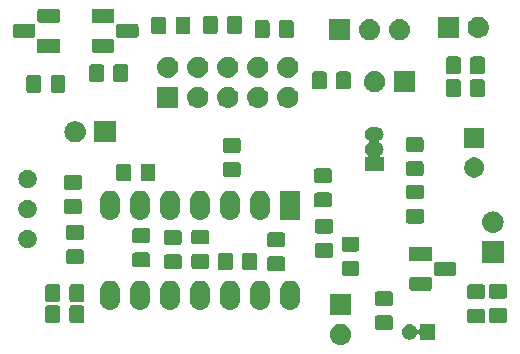
<source format=gbr>
G04 #@! TF.GenerationSoftware,KiCad,Pcbnew,5.0.1*
G04 #@! TF.CreationDate,2019-02-11T11:48:54+08:00*
G04 #@! TF.ProjectId,lab,6C61622E6B696361645F706362000000,rev?*
G04 #@! TF.SameCoordinates,Original*
G04 #@! TF.FileFunction,Soldermask,Top*
G04 #@! TF.FilePolarity,Negative*
%FSLAX46Y46*%
G04 Gerber Fmt 4.6, Leading zero omitted, Abs format (unit mm)*
G04 Created by KiCad (PCBNEW 5.0.1) date Mon 11 Feb 2019 11:48:54 AM +08*
%MOMM*%
%LPD*%
G01*
G04 APERTURE LIST*
%ADD10C,0.100000*%
G04 APERTURE END LIST*
D10*
G36*
X49377742Y-46056418D02*
X49443927Y-46062937D01*
X49527208Y-46088200D01*
X49613767Y-46114457D01*
X49752387Y-46188552D01*
X49770291Y-46198122D01*
X49806029Y-46227452D01*
X49907486Y-46310714D01*
X49990748Y-46412171D01*
X50020078Y-46447909D01*
X50020079Y-46447911D01*
X50103743Y-46604433D01*
X50103743Y-46604434D01*
X50155263Y-46774273D01*
X50172659Y-46950900D01*
X50155263Y-47127527D01*
X50147175Y-47154188D01*
X50103743Y-47297367D01*
X50093725Y-47316109D01*
X50020078Y-47453891D01*
X49990748Y-47489629D01*
X49907486Y-47591086D01*
X49806029Y-47674348D01*
X49770291Y-47703678D01*
X49770289Y-47703679D01*
X49613767Y-47787343D01*
X49557153Y-47804516D01*
X49443927Y-47838863D01*
X49377742Y-47845382D01*
X49311560Y-47851900D01*
X49223040Y-47851900D01*
X49156858Y-47845382D01*
X49090673Y-47838863D01*
X48977447Y-47804516D01*
X48920833Y-47787343D01*
X48764311Y-47703679D01*
X48764309Y-47703678D01*
X48728571Y-47674348D01*
X48627114Y-47591086D01*
X48543852Y-47489629D01*
X48514522Y-47453891D01*
X48440875Y-47316109D01*
X48430857Y-47297367D01*
X48387425Y-47154188D01*
X48379337Y-47127527D01*
X48361941Y-46950900D01*
X48379337Y-46774273D01*
X48430857Y-46604434D01*
X48430857Y-46604433D01*
X48514521Y-46447911D01*
X48514522Y-46447909D01*
X48543852Y-46412171D01*
X48627114Y-46310714D01*
X48728571Y-46227452D01*
X48764309Y-46198122D01*
X48782213Y-46188552D01*
X48920833Y-46114457D01*
X49007392Y-46088200D01*
X49090673Y-46062937D01*
X49156858Y-46056418D01*
X49223040Y-46049900D01*
X49311560Y-46049900D01*
X49377742Y-46056418D01*
X49377742Y-46056418D01*
G37*
G36*
X55308790Y-46113217D02*
X55427261Y-46162289D01*
X55533892Y-46233538D01*
X55624562Y-46324208D01*
X55695811Y-46430839D01*
X55727415Y-46507139D01*
X55738966Y-46528750D01*
X55754511Y-46547692D01*
X55773453Y-46563237D01*
X55795064Y-46574789D01*
X55818513Y-46581902D01*
X55842899Y-46584304D01*
X55867286Y-46581902D01*
X55890735Y-46574789D01*
X55912346Y-46563238D01*
X55931288Y-46547693D01*
X55946833Y-46528751D01*
X55958385Y-46507140D01*
X55965498Y-46483691D01*
X55967900Y-46459304D01*
X55967900Y-46088200D01*
X57269900Y-46088200D01*
X57269900Y-47390200D01*
X55967900Y-47390200D01*
X55967900Y-47019096D01*
X55965498Y-46994710D01*
X55958385Y-46971261D01*
X55946834Y-46949650D01*
X55931288Y-46930708D01*
X55912346Y-46915162D01*
X55890735Y-46903611D01*
X55867286Y-46896498D01*
X55842900Y-46894096D01*
X55818514Y-46896498D01*
X55795065Y-46903611D01*
X55773454Y-46915162D01*
X55754512Y-46930708D01*
X55738966Y-46949650D01*
X55727415Y-46971261D01*
X55695811Y-47047561D01*
X55695809Y-47047564D01*
X55642381Y-47127525D01*
X55624562Y-47154192D01*
X55533892Y-47244862D01*
X55427261Y-47316111D01*
X55308790Y-47365183D01*
X55183019Y-47390200D01*
X55054781Y-47390200D01*
X54929010Y-47365183D01*
X54810539Y-47316111D01*
X54703908Y-47244862D01*
X54613238Y-47154192D01*
X54595420Y-47127525D01*
X54541991Y-47047564D01*
X54541989Y-47047561D01*
X54492917Y-46929090D01*
X54467900Y-46803319D01*
X54467900Y-46675081D01*
X54492917Y-46549310D01*
X54541989Y-46430839D01*
X54613238Y-46324208D01*
X54703908Y-46233538D01*
X54810539Y-46162289D01*
X54929010Y-46113217D01*
X55054781Y-46088200D01*
X55183019Y-46088200D01*
X55308790Y-46113217D01*
X55308790Y-46113217D01*
G37*
G36*
X53536877Y-45350465D02*
X53574564Y-45361898D01*
X53609303Y-45380466D01*
X53639748Y-45405452D01*
X53664734Y-45435897D01*
X53683302Y-45470636D01*
X53694735Y-45508323D01*
X53699200Y-45553661D01*
X53699200Y-46390339D01*
X53694735Y-46435677D01*
X53683302Y-46473364D01*
X53664734Y-46508103D01*
X53639748Y-46538548D01*
X53609303Y-46563534D01*
X53574564Y-46582102D01*
X53536877Y-46593535D01*
X53491539Y-46598000D01*
X52404861Y-46598000D01*
X52359523Y-46593535D01*
X52321836Y-46582102D01*
X52287097Y-46563534D01*
X52256652Y-46538548D01*
X52231666Y-46508103D01*
X52213098Y-46473364D01*
X52201665Y-46435677D01*
X52197200Y-46390339D01*
X52197200Y-45553661D01*
X52201665Y-45508323D01*
X52213098Y-45470636D01*
X52231666Y-45435897D01*
X52256652Y-45405452D01*
X52287097Y-45380466D01*
X52321836Y-45361898D01*
X52359523Y-45350465D01*
X52404861Y-45346000D01*
X53491539Y-45346000D01*
X53536877Y-45350465D01*
X53536877Y-45350465D01*
G37*
G36*
X61336877Y-44777465D02*
X61374564Y-44788898D01*
X61409303Y-44807466D01*
X61439748Y-44832452D01*
X61464734Y-44862897D01*
X61483302Y-44897636D01*
X61494735Y-44935323D01*
X61499200Y-44980661D01*
X61499200Y-45817339D01*
X61494735Y-45862677D01*
X61483302Y-45900364D01*
X61464734Y-45935103D01*
X61439748Y-45965548D01*
X61409303Y-45990534D01*
X61374564Y-46009102D01*
X61336877Y-46020535D01*
X61291539Y-46025000D01*
X60204861Y-46025000D01*
X60159523Y-46020535D01*
X60121836Y-46009102D01*
X60087097Y-45990534D01*
X60056652Y-45965548D01*
X60031666Y-45935103D01*
X60013098Y-45900364D01*
X60001665Y-45862677D01*
X59997200Y-45817339D01*
X59997200Y-44980661D01*
X60001665Y-44935323D01*
X60013098Y-44897636D01*
X60031666Y-44862897D01*
X60056652Y-44832452D01*
X60087097Y-44807466D01*
X60121836Y-44788898D01*
X60159523Y-44777465D01*
X60204861Y-44773000D01*
X61291539Y-44773000D01*
X61336877Y-44777465D01*
X61336877Y-44777465D01*
G37*
G36*
X25362177Y-44506665D02*
X25399864Y-44518098D01*
X25434603Y-44536666D01*
X25465048Y-44561652D01*
X25490034Y-44592097D01*
X25508602Y-44626836D01*
X25520035Y-44664523D01*
X25524500Y-44709861D01*
X25524500Y-45796539D01*
X25520035Y-45841877D01*
X25508602Y-45879564D01*
X25490034Y-45914303D01*
X25465048Y-45944748D01*
X25434603Y-45969734D01*
X25399864Y-45988302D01*
X25362177Y-45999735D01*
X25316839Y-46004200D01*
X24480161Y-46004200D01*
X24434823Y-45999735D01*
X24397136Y-45988302D01*
X24362397Y-45969734D01*
X24331952Y-45944748D01*
X24306966Y-45914303D01*
X24288398Y-45879564D01*
X24276965Y-45841877D01*
X24272500Y-45796539D01*
X24272500Y-44709861D01*
X24276965Y-44664523D01*
X24288398Y-44626836D01*
X24306966Y-44592097D01*
X24331952Y-44561652D01*
X24362397Y-44536666D01*
X24397136Y-44518098D01*
X24434823Y-44506665D01*
X24480161Y-44502200D01*
X25316839Y-44502200D01*
X25362177Y-44506665D01*
X25362177Y-44506665D01*
G37*
G36*
X27412177Y-44506665D02*
X27449864Y-44518098D01*
X27484603Y-44536666D01*
X27515048Y-44561652D01*
X27540034Y-44592097D01*
X27558602Y-44626836D01*
X27570035Y-44664523D01*
X27574500Y-44709861D01*
X27574500Y-45796539D01*
X27570035Y-45841877D01*
X27558602Y-45879564D01*
X27540034Y-45914303D01*
X27515048Y-45944748D01*
X27484603Y-45969734D01*
X27449864Y-45988302D01*
X27412177Y-45999735D01*
X27366839Y-46004200D01*
X26530161Y-46004200D01*
X26484823Y-45999735D01*
X26447136Y-45988302D01*
X26412397Y-45969734D01*
X26381952Y-45944748D01*
X26356966Y-45914303D01*
X26338398Y-45879564D01*
X26326965Y-45841877D01*
X26322500Y-45796539D01*
X26322500Y-44709861D01*
X26326965Y-44664523D01*
X26338398Y-44626836D01*
X26356966Y-44592097D01*
X26381952Y-44561652D01*
X26412397Y-44536666D01*
X26447136Y-44518098D01*
X26484823Y-44506665D01*
X26530161Y-44502200D01*
X27366839Y-44502200D01*
X27412177Y-44506665D01*
X27412177Y-44506665D01*
G37*
G36*
X63201177Y-44727065D02*
X63238864Y-44738498D01*
X63273603Y-44757066D01*
X63304048Y-44782052D01*
X63329034Y-44812497D01*
X63347602Y-44847236D01*
X63359035Y-44884923D01*
X63363500Y-44930261D01*
X63363500Y-45766939D01*
X63359035Y-45812277D01*
X63347602Y-45849964D01*
X63329034Y-45884703D01*
X63304048Y-45915148D01*
X63273603Y-45940134D01*
X63238864Y-45958702D01*
X63201177Y-45970135D01*
X63155839Y-45974600D01*
X62069161Y-45974600D01*
X62023823Y-45970135D01*
X61986136Y-45958702D01*
X61951397Y-45940134D01*
X61920952Y-45915148D01*
X61895966Y-45884703D01*
X61877398Y-45849964D01*
X61865965Y-45812277D01*
X61861500Y-45766939D01*
X61861500Y-44930261D01*
X61865965Y-44884923D01*
X61877398Y-44847236D01*
X61895966Y-44812497D01*
X61920952Y-44782052D01*
X61951397Y-44757066D01*
X61986136Y-44738498D01*
X62023823Y-44727065D01*
X62069161Y-44722600D01*
X63155839Y-44722600D01*
X63201177Y-44727065D01*
X63201177Y-44727065D01*
G37*
G36*
X50168300Y-45311900D02*
X48366300Y-45311900D01*
X48366300Y-43509900D01*
X50168300Y-43509900D01*
X50168300Y-45311900D01*
X50168300Y-45311900D01*
G37*
G36*
X34996821Y-42411313D02*
X34996824Y-42411314D01*
X34996825Y-42411314D01*
X35157239Y-42459975D01*
X35157241Y-42459976D01*
X35157244Y-42459977D01*
X35305078Y-42538995D01*
X35434659Y-42645341D01*
X35541005Y-42774922D01*
X35620023Y-42922756D01*
X35620024Y-42922759D01*
X35620025Y-42922761D01*
X35668686Y-43083175D01*
X35668686Y-43083178D01*
X35668687Y-43083180D01*
X35681000Y-43208197D01*
X35681000Y-44091804D01*
X35668687Y-44216821D01*
X35668686Y-44216824D01*
X35668686Y-44216825D01*
X35634681Y-44328925D01*
X35620023Y-44377244D01*
X35541005Y-44525078D01*
X35434659Y-44654659D01*
X35305078Y-44761005D01*
X35157243Y-44840023D01*
X35157240Y-44840024D01*
X35157238Y-44840025D01*
X34996824Y-44888686D01*
X34996823Y-44888686D01*
X34996820Y-44888687D01*
X34830000Y-44905117D01*
X34663179Y-44888687D01*
X34663176Y-44888686D01*
X34663175Y-44888686D01*
X34502761Y-44840025D01*
X34502759Y-44840024D01*
X34502756Y-44840023D01*
X34354922Y-44761005D01*
X34225341Y-44654659D01*
X34118995Y-44525078D01*
X34039977Y-44377243D01*
X34025320Y-44328925D01*
X33991314Y-44216824D01*
X33991314Y-44216823D01*
X33991313Y-44216820D01*
X33979000Y-44091803D01*
X33979000Y-43208197D01*
X33991314Y-43083179D01*
X34018010Y-42995173D01*
X34039976Y-42922761D01*
X34039977Y-42922759D01*
X34039978Y-42922756D01*
X34118996Y-42774922D01*
X34225342Y-42645341D01*
X34354923Y-42538995D01*
X34502757Y-42459977D01*
X34502760Y-42459976D01*
X34502762Y-42459975D01*
X34663176Y-42411314D01*
X34663177Y-42411314D01*
X34663180Y-42411313D01*
X34830000Y-42394883D01*
X34996821Y-42411313D01*
X34996821Y-42411313D01*
G37*
G36*
X32456821Y-42411313D02*
X32456824Y-42411314D01*
X32456825Y-42411314D01*
X32617239Y-42459975D01*
X32617241Y-42459976D01*
X32617244Y-42459977D01*
X32765078Y-42538995D01*
X32894659Y-42645341D01*
X33001005Y-42774922D01*
X33080023Y-42922756D01*
X33080024Y-42922759D01*
X33080025Y-42922761D01*
X33128686Y-43083175D01*
X33128686Y-43083178D01*
X33128687Y-43083180D01*
X33141000Y-43208197D01*
X33141000Y-44091804D01*
X33128687Y-44216821D01*
X33128686Y-44216824D01*
X33128686Y-44216825D01*
X33094681Y-44328925D01*
X33080023Y-44377244D01*
X33001005Y-44525078D01*
X32894659Y-44654659D01*
X32765078Y-44761005D01*
X32617243Y-44840023D01*
X32617240Y-44840024D01*
X32617238Y-44840025D01*
X32456824Y-44888686D01*
X32456823Y-44888686D01*
X32456820Y-44888687D01*
X32290000Y-44905117D01*
X32123179Y-44888687D01*
X32123176Y-44888686D01*
X32123175Y-44888686D01*
X31962761Y-44840025D01*
X31962759Y-44840024D01*
X31962756Y-44840023D01*
X31814922Y-44761005D01*
X31685341Y-44654659D01*
X31578995Y-44525078D01*
X31499977Y-44377243D01*
X31485320Y-44328925D01*
X31451314Y-44216824D01*
X31451314Y-44216823D01*
X31451313Y-44216820D01*
X31439000Y-44091803D01*
X31439000Y-43208197D01*
X31451314Y-43083179D01*
X31478010Y-42995173D01*
X31499976Y-42922761D01*
X31499977Y-42922759D01*
X31499978Y-42922756D01*
X31578996Y-42774922D01*
X31685342Y-42645341D01*
X31814923Y-42538995D01*
X31962757Y-42459977D01*
X31962760Y-42459976D01*
X31962762Y-42459975D01*
X32123176Y-42411314D01*
X32123177Y-42411314D01*
X32123180Y-42411313D01*
X32290000Y-42394883D01*
X32456821Y-42411313D01*
X32456821Y-42411313D01*
G37*
G36*
X29916821Y-42411313D02*
X29916824Y-42411314D01*
X29916825Y-42411314D01*
X30077239Y-42459975D01*
X30077241Y-42459976D01*
X30077244Y-42459977D01*
X30225078Y-42538995D01*
X30354659Y-42645341D01*
X30461005Y-42774922D01*
X30540023Y-42922756D01*
X30540024Y-42922759D01*
X30540025Y-42922761D01*
X30588686Y-43083175D01*
X30588686Y-43083178D01*
X30588687Y-43083180D01*
X30601000Y-43208197D01*
X30601000Y-44091804D01*
X30588687Y-44216821D01*
X30588686Y-44216824D01*
X30588686Y-44216825D01*
X30554681Y-44328925D01*
X30540023Y-44377244D01*
X30461005Y-44525078D01*
X30354659Y-44654659D01*
X30225078Y-44761005D01*
X30077243Y-44840023D01*
X30077240Y-44840024D01*
X30077238Y-44840025D01*
X29916824Y-44888686D01*
X29916823Y-44888686D01*
X29916820Y-44888687D01*
X29750000Y-44905117D01*
X29583179Y-44888687D01*
X29583176Y-44888686D01*
X29583175Y-44888686D01*
X29422761Y-44840025D01*
X29422759Y-44840024D01*
X29422756Y-44840023D01*
X29274922Y-44761005D01*
X29145341Y-44654659D01*
X29038995Y-44525078D01*
X28959977Y-44377243D01*
X28945320Y-44328925D01*
X28911314Y-44216824D01*
X28911314Y-44216823D01*
X28911313Y-44216820D01*
X28899000Y-44091803D01*
X28899000Y-43208197D01*
X28911314Y-43083179D01*
X28938010Y-42995173D01*
X28959976Y-42922761D01*
X28959977Y-42922759D01*
X28959978Y-42922756D01*
X29038996Y-42774922D01*
X29145342Y-42645341D01*
X29274923Y-42538995D01*
X29422757Y-42459977D01*
X29422760Y-42459976D01*
X29422762Y-42459975D01*
X29583176Y-42411314D01*
X29583177Y-42411314D01*
X29583180Y-42411313D01*
X29750000Y-42394883D01*
X29916821Y-42411313D01*
X29916821Y-42411313D01*
G37*
G36*
X37536821Y-42411313D02*
X37536824Y-42411314D01*
X37536825Y-42411314D01*
X37697239Y-42459975D01*
X37697241Y-42459976D01*
X37697244Y-42459977D01*
X37845078Y-42538995D01*
X37974659Y-42645341D01*
X38081005Y-42774922D01*
X38160023Y-42922756D01*
X38160024Y-42922759D01*
X38160025Y-42922761D01*
X38208686Y-43083175D01*
X38208686Y-43083178D01*
X38208687Y-43083180D01*
X38221000Y-43208197D01*
X38221000Y-44091804D01*
X38208687Y-44216821D01*
X38208686Y-44216824D01*
X38208686Y-44216825D01*
X38174681Y-44328925D01*
X38160023Y-44377244D01*
X38081005Y-44525078D01*
X37974659Y-44654659D01*
X37845078Y-44761005D01*
X37697243Y-44840023D01*
X37697240Y-44840024D01*
X37697238Y-44840025D01*
X37536824Y-44888686D01*
X37536823Y-44888686D01*
X37536820Y-44888687D01*
X37370000Y-44905117D01*
X37203179Y-44888687D01*
X37203176Y-44888686D01*
X37203175Y-44888686D01*
X37042761Y-44840025D01*
X37042759Y-44840024D01*
X37042756Y-44840023D01*
X36894922Y-44761005D01*
X36765341Y-44654659D01*
X36658995Y-44525078D01*
X36579977Y-44377243D01*
X36565320Y-44328925D01*
X36531314Y-44216824D01*
X36531314Y-44216823D01*
X36531313Y-44216820D01*
X36519000Y-44091803D01*
X36519000Y-43208197D01*
X36531314Y-43083179D01*
X36558010Y-42995173D01*
X36579976Y-42922761D01*
X36579977Y-42922759D01*
X36579978Y-42922756D01*
X36658996Y-42774922D01*
X36765342Y-42645341D01*
X36894923Y-42538995D01*
X37042757Y-42459977D01*
X37042760Y-42459976D01*
X37042762Y-42459975D01*
X37203176Y-42411314D01*
X37203177Y-42411314D01*
X37203180Y-42411313D01*
X37370000Y-42394883D01*
X37536821Y-42411313D01*
X37536821Y-42411313D01*
G37*
G36*
X40076821Y-42411313D02*
X40076824Y-42411314D01*
X40076825Y-42411314D01*
X40237239Y-42459975D01*
X40237241Y-42459976D01*
X40237244Y-42459977D01*
X40385078Y-42538995D01*
X40514659Y-42645341D01*
X40621005Y-42774922D01*
X40700023Y-42922756D01*
X40700024Y-42922759D01*
X40700025Y-42922761D01*
X40748686Y-43083175D01*
X40748686Y-43083178D01*
X40748687Y-43083180D01*
X40761000Y-43208197D01*
X40761000Y-44091804D01*
X40748687Y-44216821D01*
X40748686Y-44216824D01*
X40748686Y-44216825D01*
X40714681Y-44328925D01*
X40700023Y-44377244D01*
X40621005Y-44525078D01*
X40514659Y-44654659D01*
X40385078Y-44761005D01*
X40237243Y-44840023D01*
X40237240Y-44840024D01*
X40237238Y-44840025D01*
X40076824Y-44888686D01*
X40076823Y-44888686D01*
X40076820Y-44888687D01*
X39910000Y-44905117D01*
X39743179Y-44888687D01*
X39743176Y-44888686D01*
X39743175Y-44888686D01*
X39582761Y-44840025D01*
X39582759Y-44840024D01*
X39582756Y-44840023D01*
X39434922Y-44761005D01*
X39305341Y-44654659D01*
X39198995Y-44525078D01*
X39119977Y-44377243D01*
X39105320Y-44328925D01*
X39071314Y-44216824D01*
X39071314Y-44216823D01*
X39071313Y-44216820D01*
X39059000Y-44091803D01*
X39059000Y-43208197D01*
X39071314Y-43083179D01*
X39098010Y-42995173D01*
X39119976Y-42922761D01*
X39119977Y-42922759D01*
X39119978Y-42922756D01*
X39198996Y-42774922D01*
X39305342Y-42645341D01*
X39434923Y-42538995D01*
X39582757Y-42459977D01*
X39582760Y-42459976D01*
X39582762Y-42459975D01*
X39743176Y-42411314D01*
X39743177Y-42411314D01*
X39743180Y-42411313D01*
X39910000Y-42394883D01*
X40076821Y-42411313D01*
X40076821Y-42411313D01*
G37*
G36*
X42616821Y-42411313D02*
X42616824Y-42411314D01*
X42616825Y-42411314D01*
X42777239Y-42459975D01*
X42777241Y-42459976D01*
X42777244Y-42459977D01*
X42925078Y-42538995D01*
X43054659Y-42645341D01*
X43161005Y-42774922D01*
X43240023Y-42922756D01*
X43240024Y-42922759D01*
X43240025Y-42922761D01*
X43288686Y-43083175D01*
X43288686Y-43083178D01*
X43288687Y-43083180D01*
X43301000Y-43208197D01*
X43301000Y-44091804D01*
X43288687Y-44216821D01*
X43288686Y-44216824D01*
X43288686Y-44216825D01*
X43254681Y-44328925D01*
X43240023Y-44377244D01*
X43161005Y-44525078D01*
X43054659Y-44654659D01*
X42925078Y-44761005D01*
X42777243Y-44840023D01*
X42777240Y-44840024D01*
X42777238Y-44840025D01*
X42616824Y-44888686D01*
X42616823Y-44888686D01*
X42616820Y-44888687D01*
X42450000Y-44905117D01*
X42283179Y-44888687D01*
X42283176Y-44888686D01*
X42283175Y-44888686D01*
X42122761Y-44840025D01*
X42122759Y-44840024D01*
X42122756Y-44840023D01*
X41974922Y-44761005D01*
X41845341Y-44654659D01*
X41738995Y-44525078D01*
X41659977Y-44377243D01*
X41645320Y-44328925D01*
X41611314Y-44216824D01*
X41611314Y-44216823D01*
X41611313Y-44216820D01*
X41599000Y-44091803D01*
X41599000Y-43208197D01*
X41611314Y-43083179D01*
X41638010Y-42995173D01*
X41659976Y-42922761D01*
X41659977Y-42922759D01*
X41659978Y-42922756D01*
X41738996Y-42774922D01*
X41845342Y-42645341D01*
X41974923Y-42538995D01*
X42122757Y-42459977D01*
X42122760Y-42459976D01*
X42122762Y-42459975D01*
X42283176Y-42411314D01*
X42283177Y-42411314D01*
X42283180Y-42411313D01*
X42450000Y-42394883D01*
X42616821Y-42411313D01*
X42616821Y-42411313D01*
G37*
G36*
X45156821Y-42411313D02*
X45156824Y-42411314D01*
X45156825Y-42411314D01*
X45317239Y-42459975D01*
X45317241Y-42459976D01*
X45317244Y-42459977D01*
X45465078Y-42538995D01*
X45594659Y-42645341D01*
X45701005Y-42774922D01*
X45780023Y-42922756D01*
X45780024Y-42922759D01*
X45780025Y-42922761D01*
X45828686Y-43083175D01*
X45828686Y-43083178D01*
X45828687Y-43083180D01*
X45841000Y-43208197D01*
X45841000Y-44091804D01*
X45828687Y-44216821D01*
X45828686Y-44216824D01*
X45828686Y-44216825D01*
X45794681Y-44328925D01*
X45780023Y-44377244D01*
X45701005Y-44525078D01*
X45594659Y-44654659D01*
X45465078Y-44761005D01*
X45317243Y-44840023D01*
X45317240Y-44840024D01*
X45317238Y-44840025D01*
X45156824Y-44888686D01*
X45156823Y-44888686D01*
X45156820Y-44888687D01*
X44990000Y-44905117D01*
X44823179Y-44888687D01*
X44823176Y-44888686D01*
X44823175Y-44888686D01*
X44662761Y-44840025D01*
X44662759Y-44840024D01*
X44662756Y-44840023D01*
X44514922Y-44761005D01*
X44385341Y-44654659D01*
X44278995Y-44525078D01*
X44199977Y-44377243D01*
X44185320Y-44328925D01*
X44151314Y-44216824D01*
X44151314Y-44216823D01*
X44151313Y-44216820D01*
X44139000Y-44091803D01*
X44139000Y-43208197D01*
X44151314Y-43083179D01*
X44178010Y-42995173D01*
X44199976Y-42922761D01*
X44199977Y-42922759D01*
X44199978Y-42922756D01*
X44278996Y-42774922D01*
X44385342Y-42645341D01*
X44514923Y-42538995D01*
X44662757Y-42459977D01*
X44662760Y-42459976D01*
X44662762Y-42459975D01*
X44823176Y-42411314D01*
X44823177Y-42411314D01*
X44823180Y-42411313D01*
X44990000Y-42394883D01*
X45156821Y-42411313D01*
X45156821Y-42411313D01*
G37*
G36*
X53536877Y-43300465D02*
X53574564Y-43311898D01*
X53609303Y-43330466D01*
X53639748Y-43355452D01*
X53664734Y-43385897D01*
X53683302Y-43420636D01*
X53694735Y-43458323D01*
X53699200Y-43503661D01*
X53699200Y-44340339D01*
X53694735Y-44385677D01*
X53683302Y-44423364D01*
X53664734Y-44458103D01*
X53639748Y-44488548D01*
X53609303Y-44513534D01*
X53574564Y-44532102D01*
X53536877Y-44543535D01*
X53491539Y-44548000D01*
X52404861Y-44548000D01*
X52359523Y-44543535D01*
X52321836Y-44532102D01*
X52287097Y-44513534D01*
X52256652Y-44488548D01*
X52231666Y-44458103D01*
X52213098Y-44423364D01*
X52201665Y-44385677D01*
X52197200Y-44340339D01*
X52197200Y-43503661D01*
X52201665Y-43458323D01*
X52213098Y-43420636D01*
X52231666Y-43385897D01*
X52256652Y-43355452D01*
X52287097Y-43330466D01*
X52321836Y-43311898D01*
X52359523Y-43300465D01*
X52404861Y-43296000D01*
X53491539Y-43296000D01*
X53536877Y-43300465D01*
X53536877Y-43300465D01*
G37*
G36*
X25362177Y-42716365D02*
X25399864Y-42727798D01*
X25434603Y-42746366D01*
X25465048Y-42771352D01*
X25490034Y-42801797D01*
X25508602Y-42836536D01*
X25520035Y-42874223D01*
X25524500Y-42919561D01*
X25524500Y-44006239D01*
X25520035Y-44051577D01*
X25508602Y-44089264D01*
X25490034Y-44124003D01*
X25465048Y-44154448D01*
X25434603Y-44179434D01*
X25399864Y-44198002D01*
X25362177Y-44209435D01*
X25316839Y-44213900D01*
X24480161Y-44213900D01*
X24434823Y-44209435D01*
X24397136Y-44198002D01*
X24362397Y-44179434D01*
X24331952Y-44154448D01*
X24306966Y-44124003D01*
X24288398Y-44089264D01*
X24276965Y-44051577D01*
X24272500Y-44006239D01*
X24272500Y-42919561D01*
X24276965Y-42874223D01*
X24288398Y-42836536D01*
X24306966Y-42801797D01*
X24331952Y-42771352D01*
X24362397Y-42746366D01*
X24397136Y-42727798D01*
X24434823Y-42716365D01*
X24480161Y-42711900D01*
X25316839Y-42711900D01*
X25362177Y-42716365D01*
X25362177Y-42716365D01*
G37*
G36*
X27412177Y-42716365D02*
X27449864Y-42727798D01*
X27484603Y-42746366D01*
X27515048Y-42771352D01*
X27540034Y-42801797D01*
X27558602Y-42836536D01*
X27570035Y-42874223D01*
X27574500Y-42919561D01*
X27574500Y-44006239D01*
X27570035Y-44051577D01*
X27558602Y-44089264D01*
X27540034Y-44124003D01*
X27515048Y-44154448D01*
X27484603Y-44179434D01*
X27449864Y-44198002D01*
X27412177Y-44209435D01*
X27366839Y-44213900D01*
X26530161Y-44213900D01*
X26484823Y-44209435D01*
X26447136Y-44198002D01*
X26412397Y-44179434D01*
X26381952Y-44154448D01*
X26356966Y-44124003D01*
X26338398Y-44089264D01*
X26326965Y-44051577D01*
X26322500Y-44006239D01*
X26322500Y-42919561D01*
X26326965Y-42874223D01*
X26338398Y-42836536D01*
X26356966Y-42801797D01*
X26381952Y-42771352D01*
X26412397Y-42746366D01*
X26447136Y-42727798D01*
X26484823Y-42716365D01*
X26530161Y-42711900D01*
X27366839Y-42711900D01*
X27412177Y-42716365D01*
X27412177Y-42716365D01*
G37*
G36*
X61336877Y-42727465D02*
X61374564Y-42738898D01*
X61409303Y-42757466D01*
X61439748Y-42782452D01*
X61464734Y-42812897D01*
X61483302Y-42847636D01*
X61494735Y-42885323D01*
X61499200Y-42930661D01*
X61499200Y-43767339D01*
X61494735Y-43812677D01*
X61483302Y-43850364D01*
X61464734Y-43885103D01*
X61439748Y-43915548D01*
X61409303Y-43940534D01*
X61374564Y-43959102D01*
X61336877Y-43970535D01*
X61291539Y-43975000D01*
X60204861Y-43975000D01*
X60159523Y-43970535D01*
X60121836Y-43959102D01*
X60087097Y-43940534D01*
X60056652Y-43915548D01*
X60031666Y-43885103D01*
X60013098Y-43850364D01*
X60001665Y-43812677D01*
X59997200Y-43767339D01*
X59997200Y-42930661D01*
X60001665Y-42885323D01*
X60013098Y-42847636D01*
X60031666Y-42812897D01*
X60056652Y-42782452D01*
X60087097Y-42757466D01*
X60121836Y-42738898D01*
X60159523Y-42727465D01*
X60204861Y-42723000D01*
X61291539Y-42723000D01*
X61336877Y-42727465D01*
X61336877Y-42727465D01*
G37*
G36*
X63201177Y-42677065D02*
X63238864Y-42688498D01*
X63273603Y-42707066D01*
X63304048Y-42732052D01*
X63329034Y-42762497D01*
X63347602Y-42797236D01*
X63359035Y-42834923D01*
X63363500Y-42880261D01*
X63363500Y-43716939D01*
X63359035Y-43762277D01*
X63347602Y-43799964D01*
X63329034Y-43834703D01*
X63304048Y-43865148D01*
X63273603Y-43890134D01*
X63238864Y-43908702D01*
X63201177Y-43920135D01*
X63155839Y-43924600D01*
X62069161Y-43924600D01*
X62023823Y-43920135D01*
X61986136Y-43908702D01*
X61951397Y-43890134D01*
X61920952Y-43865148D01*
X61895966Y-43834703D01*
X61877398Y-43799964D01*
X61865965Y-43762277D01*
X61861500Y-43716939D01*
X61861500Y-42880261D01*
X61865965Y-42834923D01*
X61877398Y-42797236D01*
X61895966Y-42762497D01*
X61920952Y-42732052D01*
X61951397Y-42707066D01*
X61986136Y-42688498D01*
X62023823Y-42677065D01*
X62069161Y-42672600D01*
X63155839Y-42672600D01*
X63201177Y-42677065D01*
X63201177Y-42677065D01*
G37*
G36*
X56811915Y-42063066D02*
X56856445Y-42076575D01*
X56897491Y-42098514D01*
X56933464Y-42128036D01*
X56962986Y-42164009D01*
X56984925Y-42205055D01*
X56998434Y-42249585D01*
X57003600Y-42302040D01*
X57003600Y-43015760D01*
X56998434Y-43068215D01*
X56984925Y-43112745D01*
X56962986Y-43153791D01*
X56933464Y-43189764D01*
X56897491Y-43219286D01*
X56856445Y-43241225D01*
X56811915Y-43254734D01*
X56759460Y-43259900D01*
X55345740Y-43259900D01*
X55293285Y-43254734D01*
X55248755Y-43241225D01*
X55207709Y-43219286D01*
X55171736Y-43189764D01*
X55142214Y-43153791D01*
X55120275Y-43112745D01*
X55106766Y-43068215D01*
X55101600Y-43015760D01*
X55101600Y-42302040D01*
X55106766Y-42249585D01*
X55120275Y-42205055D01*
X55142214Y-42164009D01*
X55171736Y-42128036D01*
X55207709Y-42098514D01*
X55248755Y-42076575D01*
X55293285Y-42063066D01*
X55345740Y-42057900D01*
X56759460Y-42057900D01*
X56811915Y-42063066D01*
X56811915Y-42063066D01*
G37*
G36*
X50698677Y-40743465D02*
X50736364Y-40754898D01*
X50771103Y-40773466D01*
X50801548Y-40798452D01*
X50826534Y-40828897D01*
X50845102Y-40863636D01*
X50856535Y-40901323D01*
X50861000Y-40946661D01*
X50861000Y-41783339D01*
X50856535Y-41828677D01*
X50845102Y-41866364D01*
X50826534Y-41901103D01*
X50801548Y-41931548D01*
X50771103Y-41956534D01*
X50736364Y-41975102D01*
X50698677Y-41986535D01*
X50653339Y-41991000D01*
X49566661Y-41991000D01*
X49521323Y-41986535D01*
X49483636Y-41975102D01*
X49448897Y-41956534D01*
X49418452Y-41931548D01*
X49393466Y-41901103D01*
X49374898Y-41866364D01*
X49363465Y-41828677D01*
X49359000Y-41783339D01*
X49359000Y-40946661D01*
X49363465Y-40901323D01*
X49374898Y-40863636D01*
X49393466Y-40828897D01*
X49418452Y-40798452D01*
X49448897Y-40773466D01*
X49483636Y-40754898D01*
X49521323Y-40743465D01*
X49566661Y-40739000D01*
X50653339Y-40739000D01*
X50698677Y-40743465D01*
X50698677Y-40743465D01*
G37*
G36*
X58881915Y-40793066D02*
X58926445Y-40806575D01*
X58967491Y-40828514D01*
X59003464Y-40858036D01*
X59032986Y-40894009D01*
X59054925Y-40935055D01*
X59068434Y-40979585D01*
X59073600Y-41032040D01*
X59073600Y-41745760D01*
X59068434Y-41798215D01*
X59054925Y-41842745D01*
X59032986Y-41883791D01*
X59003464Y-41919764D01*
X58967491Y-41949286D01*
X58926445Y-41971225D01*
X58881915Y-41984734D01*
X58829460Y-41989900D01*
X57415740Y-41989900D01*
X57363285Y-41984734D01*
X57318755Y-41971225D01*
X57277709Y-41949286D01*
X57241736Y-41919764D01*
X57212214Y-41883791D01*
X57190275Y-41842745D01*
X57176766Y-41798215D01*
X57171600Y-41745760D01*
X57171600Y-41032040D01*
X57176766Y-40979585D01*
X57190274Y-40935058D01*
X57206968Y-40903826D01*
X57212214Y-40891161D01*
X57216988Y-40887243D01*
X57225228Y-40878153D01*
X57241739Y-40858033D01*
X57277709Y-40828514D01*
X57318755Y-40806575D01*
X57363285Y-40793066D01*
X57415740Y-40787900D01*
X58829460Y-40787900D01*
X58881915Y-40793066D01*
X58881915Y-40793066D01*
G37*
G36*
X44404377Y-40360965D02*
X44442064Y-40372398D01*
X44476803Y-40390966D01*
X44507248Y-40415952D01*
X44532234Y-40446397D01*
X44550802Y-40481136D01*
X44562235Y-40518823D01*
X44566700Y-40564161D01*
X44566700Y-41400839D01*
X44562235Y-41446177D01*
X44550802Y-41483864D01*
X44532234Y-41518603D01*
X44507248Y-41549048D01*
X44476803Y-41574034D01*
X44442064Y-41592602D01*
X44404377Y-41604035D01*
X44359039Y-41608500D01*
X43272361Y-41608500D01*
X43227023Y-41604035D01*
X43189336Y-41592602D01*
X43154597Y-41574034D01*
X43124152Y-41549048D01*
X43099166Y-41518603D01*
X43080598Y-41483864D01*
X43069165Y-41446177D01*
X43064700Y-41400839D01*
X43064700Y-40564161D01*
X43069165Y-40518823D01*
X43080598Y-40481136D01*
X43099166Y-40446397D01*
X43124152Y-40415952D01*
X43154597Y-40390966D01*
X43189336Y-40372398D01*
X43227023Y-40360965D01*
X43272361Y-40356500D01*
X44359039Y-40356500D01*
X44404377Y-40360965D01*
X44404377Y-40360965D01*
G37*
G36*
X42036977Y-40030865D02*
X42074664Y-40042298D01*
X42109403Y-40060866D01*
X42139848Y-40085852D01*
X42164834Y-40116297D01*
X42183402Y-40151036D01*
X42194835Y-40188723D01*
X42199300Y-40234061D01*
X42199300Y-41320739D01*
X42194835Y-41366077D01*
X42183402Y-41403764D01*
X42164834Y-41438503D01*
X42139848Y-41468948D01*
X42109403Y-41493934D01*
X42074664Y-41512502D01*
X42036977Y-41523935D01*
X41991639Y-41528400D01*
X41154961Y-41528400D01*
X41109623Y-41523935D01*
X41071936Y-41512502D01*
X41037197Y-41493934D01*
X41006752Y-41468948D01*
X40981766Y-41438503D01*
X40963198Y-41403764D01*
X40951765Y-41366077D01*
X40947300Y-41320739D01*
X40947300Y-40234061D01*
X40951765Y-40188723D01*
X40963198Y-40151036D01*
X40981766Y-40116297D01*
X41006752Y-40085852D01*
X41037197Y-40060866D01*
X41071936Y-40042298D01*
X41109623Y-40030865D01*
X41154961Y-40026400D01*
X41991639Y-40026400D01*
X42036977Y-40030865D01*
X42036977Y-40030865D01*
G37*
G36*
X39986977Y-40030865D02*
X40024664Y-40042298D01*
X40059403Y-40060866D01*
X40089848Y-40085852D01*
X40114834Y-40116297D01*
X40133402Y-40151036D01*
X40144835Y-40188723D01*
X40149300Y-40234061D01*
X40149300Y-41320739D01*
X40144835Y-41366077D01*
X40133402Y-41403764D01*
X40114834Y-41438503D01*
X40089848Y-41468948D01*
X40059403Y-41493934D01*
X40024664Y-41512502D01*
X39986977Y-41523935D01*
X39941639Y-41528400D01*
X39104961Y-41528400D01*
X39059623Y-41523935D01*
X39021936Y-41512502D01*
X38987197Y-41493934D01*
X38956752Y-41468948D01*
X38931766Y-41438503D01*
X38913198Y-41403764D01*
X38901765Y-41366077D01*
X38897300Y-41320739D01*
X38897300Y-40234061D01*
X38901765Y-40188723D01*
X38913198Y-40151036D01*
X38931766Y-40116297D01*
X38956752Y-40085852D01*
X38987197Y-40060866D01*
X39021936Y-40042298D01*
X39059623Y-40030865D01*
X39104961Y-40026400D01*
X39941639Y-40026400D01*
X39986977Y-40030865D01*
X39986977Y-40030865D01*
G37*
G36*
X35657677Y-40187265D02*
X35695364Y-40198698D01*
X35730103Y-40217266D01*
X35760548Y-40242252D01*
X35785534Y-40272697D01*
X35804102Y-40307436D01*
X35815535Y-40345123D01*
X35820000Y-40390461D01*
X35820000Y-41227139D01*
X35815535Y-41272477D01*
X35804102Y-41310164D01*
X35785534Y-41344903D01*
X35760548Y-41375348D01*
X35730103Y-41400334D01*
X35695364Y-41418902D01*
X35657677Y-41430335D01*
X35612339Y-41434800D01*
X34525661Y-41434800D01*
X34480323Y-41430335D01*
X34442636Y-41418902D01*
X34407897Y-41400334D01*
X34377452Y-41375348D01*
X34352466Y-41344903D01*
X34333898Y-41310164D01*
X34322465Y-41272477D01*
X34318000Y-41227139D01*
X34318000Y-40390461D01*
X34322465Y-40345123D01*
X34333898Y-40307436D01*
X34352466Y-40272697D01*
X34377452Y-40242252D01*
X34407897Y-40217266D01*
X34442636Y-40198698D01*
X34480323Y-40187265D01*
X34525661Y-40182800D01*
X35612339Y-40182800D01*
X35657677Y-40187265D01*
X35657677Y-40187265D01*
G37*
G36*
X37981477Y-40147365D02*
X38019164Y-40158798D01*
X38053903Y-40177366D01*
X38084348Y-40202352D01*
X38109334Y-40232797D01*
X38127902Y-40267536D01*
X38139335Y-40305223D01*
X38143800Y-40350561D01*
X38143800Y-41187239D01*
X38139335Y-41232577D01*
X38127902Y-41270264D01*
X38109334Y-41305003D01*
X38084348Y-41335448D01*
X38053903Y-41360434D01*
X38019164Y-41379002D01*
X37981477Y-41390435D01*
X37936139Y-41394900D01*
X36849461Y-41394900D01*
X36804123Y-41390435D01*
X36766436Y-41379002D01*
X36731697Y-41360434D01*
X36701252Y-41335448D01*
X36676266Y-41305003D01*
X36657698Y-41270264D01*
X36646265Y-41232577D01*
X36641800Y-41187239D01*
X36641800Y-40350561D01*
X36646265Y-40305223D01*
X36657698Y-40267536D01*
X36676266Y-40232797D01*
X36701252Y-40202352D01*
X36731697Y-40177366D01*
X36766436Y-40158798D01*
X36804123Y-40147365D01*
X36849461Y-40142900D01*
X37936139Y-40142900D01*
X37981477Y-40147365D01*
X37981477Y-40147365D01*
G37*
G36*
X32992377Y-40027465D02*
X33030064Y-40038898D01*
X33064803Y-40057466D01*
X33095248Y-40082452D01*
X33120234Y-40112897D01*
X33138802Y-40147636D01*
X33150235Y-40185323D01*
X33154700Y-40230661D01*
X33154700Y-41067339D01*
X33150235Y-41112677D01*
X33138802Y-41150364D01*
X33120234Y-41185103D01*
X33095248Y-41215548D01*
X33064803Y-41240534D01*
X33030064Y-41259102D01*
X32992377Y-41270535D01*
X32947039Y-41275000D01*
X31860361Y-41275000D01*
X31815023Y-41270535D01*
X31777336Y-41259102D01*
X31742597Y-41240534D01*
X31712152Y-41215548D01*
X31687166Y-41185103D01*
X31668598Y-41150364D01*
X31657165Y-41112677D01*
X31652700Y-41067339D01*
X31652700Y-40230661D01*
X31657165Y-40185323D01*
X31668598Y-40147636D01*
X31687166Y-40112897D01*
X31712152Y-40082452D01*
X31742597Y-40057466D01*
X31777336Y-40038898D01*
X31815023Y-40027465D01*
X31860361Y-40023000D01*
X32947039Y-40023000D01*
X32992377Y-40027465D01*
X32992377Y-40027465D01*
G37*
G36*
X27376477Y-39750265D02*
X27414164Y-39761698D01*
X27448903Y-39780266D01*
X27479348Y-39805252D01*
X27504334Y-39835697D01*
X27522902Y-39870436D01*
X27534335Y-39908123D01*
X27538800Y-39953461D01*
X27538800Y-40790139D01*
X27534335Y-40835477D01*
X27522902Y-40873164D01*
X27504334Y-40907903D01*
X27479348Y-40938348D01*
X27448903Y-40963334D01*
X27414164Y-40981902D01*
X27376477Y-40993335D01*
X27331139Y-40997800D01*
X26244461Y-40997800D01*
X26199123Y-40993335D01*
X26161436Y-40981902D01*
X26126697Y-40963334D01*
X26096252Y-40938348D01*
X26071266Y-40907903D01*
X26052698Y-40873164D01*
X26041265Y-40835477D01*
X26036800Y-40790139D01*
X26036800Y-39953461D01*
X26041265Y-39908123D01*
X26052698Y-39870436D01*
X26071266Y-39835697D01*
X26096252Y-39805252D01*
X26126697Y-39780266D01*
X26161436Y-39761698D01*
X26199123Y-39750265D01*
X26244461Y-39745800D01*
X27331139Y-39745800D01*
X27376477Y-39750265D01*
X27376477Y-39750265D01*
G37*
G36*
X63075600Y-40887000D02*
X61273600Y-40887000D01*
X61273600Y-39085000D01*
X63075600Y-39085000D01*
X63075600Y-40887000D01*
X63075600Y-40887000D01*
G37*
G36*
X57003600Y-40719900D02*
X55101600Y-40719900D01*
X55101600Y-39517900D01*
X57003600Y-39517900D01*
X57003600Y-40719900D01*
X57003600Y-40719900D01*
G37*
G36*
X48468677Y-39223465D02*
X48506364Y-39234898D01*
X48541103Y-39253466D01*
X48571548Y-39278452D01*
X48596534Y-39308897D01*
X48615102Y-39343636D01*
X48626535Y-39381323D01*
X48631000Y-39426661D01*
X48631000Y-40263339D01*
X48626535Y-40308677D01*
X48615102Y-40346364D01*
X48596534Y-40381103D01*
X48571548Y-40411548D01*
X48541103Y-40436534D01*
X48506364Y-40455102D01*
X48468677Y-40466535D01*
X48423339Y-40471000D01*
X47336661Y-40471000D01*
X47291323Y-40466535D01*
X47253636Y-40455102D01*
X47218897Y-40436534D01*
X47188452Y-40411548D01*
X47163466Y-40381103D01*
X47144898Y-40346364D01*
X47133465Y-40308677D01*
X47129000Y-40263339D01*
X47129000Y-39426661D01*
X47133465Y-39381323D01*
X47144898Y-39343636D01*
X47163466Y-39308897D01*
X47188452Y-39278452D01*
X47218897Y-39253466D01*
X47253636Y-39234898D01*
X47291323Y-39223465D01*
X47336661Y-39219000D01*
X48423339Y-39219000D01*
X48468677Y-39223465D01*
X48468677Y-39223465D01*
G37*
G36*
X50698677Y-38693465D02*
X50736364Y-38704898D01*
X50771103Y-38723466D01*
X50801548Y-38748452D01*
X50826534Y-38778897D01*
X50845102Y-38813636D01*
X50856535Y-38851323D01*
X50861000Y-38896661D01*
X50861000Y-39733339D01*
X50856535Y-39778677D01*
X50845102Y-39816364D01*
X50826534Y-39851103D01*
X50801548Y-39881548D01*
X50771103Y-39906534D01*
X50736364Y-39925102D01*
X50698677Y-39936535D01*
X50653339Y-39941000D01*
X49566661Y-39941000D01*
X49521323Y-39936535D01*
X49483636Y-39925102D01*
X49448897Y-39906534D01*
X49418452Y-39881548D01*
X49393466Y-39851103D01*
X49374898Y-39816364D01*
X49363465Y-39778677D01*
X49359000Y-39733339D01*
X49359000Y-38896661D01*
X49363465Y-38851323D01*
X49374898Y-38813636D01*
X49393466Y-38778897D01*
X49418452Y-38748452D01*
X49448897Y-38723466D01*
X49483636Y-38704898D01*
X49521323Y-38693465D01*
X49566661Y-38689000D01*
X50653339Y-38689000D01*
X50698677Y-38693465D01*
X50698677Y-38693465D01*
G37*
G36*
X22891837Y-38098130D02*
X22994893Y-38118629D01*
X23135206Y-38176748D01*
X23261484Y-38261125D01*
X23368875Y-38368516D01*
X23453252Y-38494794D01*
X23511371Y-38635107D01*
X23511371Y-38635109D01*
X23541000Y-38784062D01*
X23541000Y-38935938D01*
X23535980Y-38961173D01*
X23511371Y-39084893D01*
X23453252Y-39225206D01*
X23368875Y-39351484D01*
X23261484Y-39458875D01*
X23135206Y-39543252D01*
X22994893Y-39601371D01*
X22895589Y-39621124D01*
X22845938Y-39631000D01*
X22694062Y-39631000D01*
X22644411Y-39621124D01*
X22545107Y-39601371D01*
X22404794Y-39543252D01*
X22278516Y-39458875D01*
X22171125Y-39351484D01*
X22086748Y-39225206D01*
X22028629Y-39084893D01*
X22004020Y-38961173D01*
X21999000Y-38935938D01*
X21999000Y-38784062D01*
X22028629Y-38635109D01*
X22028629Y-38635107D01*
X22086748Y-38494794D01*
X22171125Y-38368516D01*
X22278516Y-38261125D01*
X22404794Y-38176748D01*
X22545107Y-38118629D01*
X22648163Y-38098130D01*
X22694062Y-38089000D01*
X22845938Y-38089000D01*
X22891837Y-38098130D01*
X22891837Y-38098130D01*
G37*
G36*
X44404377Y-38310965D02*
X44442064Y-38322398D01*
X44476803Y-38340966D01*
X44507248Y-38365952D01*
X44532234Y-38396397D01*
X44550802Y-38431136D01*
X44562235Y-38468823D01*
X44566700Y-38514161D01*
X44566700Y-39350839D01*
X44562235Y-39396177D01*
X44550802Y-39433864D01*
X44532234Y-39468603D01*
X44507248Y-39499048D01*
X44476803Y-39524034D01*
X44442064Y-39542602D01*
X44404377Y-39554035D01*
X44359039Y-39558500D01*
X43272361Y-39558500D01*
X43227023Y-39554035D01*
X43189336Y-39542602D01*
X43154597Y-39524034D01*
X43124152Y-39499048D01*
X43099166Y-39468603D01*
X43080598Y-39433864D01*
X43069165Y-39396177D01*
X43064700Y-39350839D01*
X43064700Y-38514161D01*
X43069165Y-38468823D01*
X43080598Y-38431136D01*
X43099166Y-38396397D01*
X43124152Y-38365952D01*
X43154597Y-38340966D01*
X43189336Y-38322398D01*
X43227023Y-38310965D01*
X43272361Y-38306500D01*
X44359039Y-38306500D01*
X44404377Y-38310965D01*
X44404377Y-38310965D01*
G37*
G36*
X35657677Y-38137265D02*
X35695364Y-38148698D01*
X35730103Y-38167266D01*
X35760548Y-38192252D01*
X35785534Y-38222697D01*
X35804102Y-38257436D01*
X35815535Y-38295123D01*
X35820000Y-38340461D01*
X35820000Y-39177139D01*
X35815535Y-39222477D01*
X35804102Y-39260164D01*
X35785534Y-39294903D01*
X35760548Y-39325348D01*
X35730103Y-39350334D01*
X35695364Y-39368902D01*
X35657677Y-39380335D01*
X35612339Y-39384800D01*
X34525661Y-39384800D01*
X34480323Y-39380335D01*
X34442636Y-39368902D01*
X34407897Y-39350334D01*
X34377452Y-39325348D01*
X34352466Y-39294903D01*
X34333898Y-39260164D01*
X34322465Y-39222477D01*
X34318000Y-39177139D01*
X34318000Y-38340461D01*
X34322465Y-38295123D01*
X34333898Y-38257436D01*
X34352466Y-38222697D01*
X34377452Y-38192252D01*
X34407897Y-38167266D01*
X34442636Y-38148698D01*
X34480323Y-38137265D01*
X34525661Y-38132800D01*
X35612339Y-38132800D01*
X35657677Y-38137265D01*
X35657677Y-38137265D01*
G37*
G36*
X37981477Y-38097365D02*
X38019164Y-38108798D01*
X38053903Y-38127366D01*
X38084348Y-38152352D01*
X38109334Y-38182797D01*
X38127902Y-38217536D01*
X38139335Y-38255223D01*
X38143800Y-38300561D01*
X38143800Y-39137239D01*
X38139335Y-39182577D01*
X38127902Y-39220264D01*
X38109334Y-39255003D01*
X38084348Y-39285448D01*
X38053903Y-39310434D01*
X38019164Y-39329002D01*
X37981477Y-39340435D01*
X37936139Y-39344900D01*
X36849461Y-39344900D01*
X36804123Y-39340435D01*
X36766436Y-39329002D01*
X36731697Y-39310434D01*
X36701252Y-39285448D01*
X36676266Y-39255003D01*
X36657698Y-39220264D01*
X36646265Y-39182577D01*
X36641800Y-39137239D01*
X36641800Y-38300561D01*
X36646265Y-38255223D01*
X36657698Y-38217536D01*
X36676266Y-38182797D01*
X36701252Y-38152352D01*
X36731697Y-38127366D01*
X36766436Y-38108798D01*
X36804123Y-38097365D01*
X36849461Y-38092900D01*
X37936139Y-38092900D01*
X37981477Y-38097365D01*
X37981477Y-38097365D01*
G37*
G36*
X32992377Y-37977465D02*
X33030064Y-37988898D01*
X33064803Y-38007466D01*
X33095248Y-38032452D01*
X33120234Y-38062897D01*
X33138802Y-38097636D01*
X33150235Y-38135323D01*
X33154700Y-38180661D01*
X33154700Y-39017339D01*
X33150235Y-39062677D01*
X33138802Y-39100364D01*
X33120234Y-39135103D01*
X33095248Y-39165548D01*
X33064803Y-39190534D01*
X33030064Y-39209102D01*
X32992377Y-39220535D01*
X32947039Y-39225000D01*
X31860361Y-39225000D01*
X31815023Y-39220535D01*
X31777336Y-39209102D01*
X31742597Y-39190534D01*
X31712152Y-39165548D01*
X31687166Y-39135103D01*
X31668598Y-39100364D01*
X31657165Y-39062677D01*
X31652700Y-39017339D01*
X31652700Y-38180661D01*
X31657165Y-38135323D01*
X31668598Y-38097636D01*
X31687166Y-38062897D01*
X31712152Y-38032452D01*
X31742597Y-38007466D01*
X31777336Y-37988898D01*
X31815023Y-37977465D01*
X31860361Y-37973000D01*
X32947039Y-37973000D01*
X32992377Y-37977465D01*
X32992377Y-37977465D01*
G37*
G36*
X27376477Y-37700265D02*
X27414164Y-37711698D01*
X27448903Y-37730266D01*
X27479348Y-37755252D01*
X27504334Y-37785697D01*
X27522902Y-37820436D01*
X27534335Y-37858123D01*
X27538800Y-37903461D01*
X27538800Y-38740139D01*
X27534335Y-38785477D01*
X27522902Y-38823164D01*
X27504334Y-38857903D01*
X27479348Y-38888348D01*
X27448903Y-38913334D01*
X27414164Y-38931902D01*
X27376477Y-38943335D01*
X27331139Y-38947800D01*
X26244461Y-38947800D01*
X26199123Y-38943335D01*
X26161436Y-38931902D01*
X26126697Y-38913334D01*
X26096252Y-38888348D01*
X26071266Y-38857903D01*
X26052698Y-38823164D01*
X26041265Y-38785477D01*
X26036800Y-38740139D01*
X26036800Y-37903461D01*
X26041265Y-37858123D01*
X26052698Y-37820436D01*
X26071266Y-37785697D01*
X26096252Y-37755252D01*
X26126697Y-37730266D01*
X26161436Y-37711698D01*
X26199123Y-37700265D01*
X26244461Y-37695800D01*
X27331139Y-37695800D01*
X27376477Y-37700265D01*
X27376477Y-37700265D01*
G37*
G36*
X48468677Y-37173465D02*
X48506364Y-37184898D01*
X48541103Y-37203466D01*
X48571548Y-37228452D01*
X48596534Y-37258897D01*
X48615102Y-37293636D01*
X48626535Y-37331323D01*
X48631000Y-37376661D01*
X48631000Y-38213339D01*
X48626535Y-38258677D01*
X48615102Y-38296364D01*
X48596534Y-38331103D01*
X48571548Y-38361548D01*
X48541103Y-38386534D01*
X48506364Y-38405102D01*
X48468677Y-38416535D01*
X48423339Y-38421000D01*
X47336661Y-38421000D01*
X47291323Y-38416535D01*
X47253636Y-38405102D01*
X47218897Y-38386534D01*
X47188452Y-38361548D01*
X47163466Y-38331103D01*
X47144898Y-38296364D01*
X47133465Y-38258677D01*
X47129000Y-38213339D01*
X47129000Y-37376661D01*
X47133465Y-37331323D01*
X47144898Y-37293636D01*
X47163466Y-37258897D01*
X47188452Y-37228452D01*
X47218897Y-37203466D01*
X47253636Y-37184898D01*
X47291323Y-37173465D01*
X47336661Y-37169000D01*
X48423339Y-37169000D01*
X48468677Y-37173465D01*
X48468677Y-37173465D01*
G37*
G36*
X62285042Y-36551518D02*
X62351227Y-36558037D01*
X62454541Y-36589377D01*
X62521067Y-36609557D01*
X62560693Y-36630738D01*
X62677591Y-36693222D01*
X62713329Y-36722552D01*
X62814786Y-36805814D01*
X62896248Y-36905077D01*
X62927378Y-36943009D01*
X62927379Y-36943011D01*
X63011043Y-37099533D01*
X63011043Y-37099534D01*
X63062563Y-37269373D01*
X63079959Y-37446000D01*
X63062563Y-37622627D01*
X63029911Y-37730266D01*
X63011043Y-37792467D01*
X62945614Y-37914875D01*
X62927378Y-37948991D01*
X62907674Y-37973000D01*
X62814786Y-38086186D01*
X62715988Y-38167266D01*
X62677591Y-38198778D01*
X62677589Y-38198779D01*
X62521067Y-38282443D01*
X62479266Y-38295123D01*
X62351227Y-38333963D01*
X62285251Y-38340461D01*
X62218860Y-38347000D01*
X62130340Y-38347000D01*
X62063949Y-38340461D01*
X61997973Y-38333963D01*
X61869934Y-38295123D01*
X61828133Y-38282443D01*
X61671611Y-38198779D01*
X61671609Y-38198778D01*
X61633212Y-38167266D01*
X61534414Y-38086186D01*
X61441526Y-37973000D01*
X61421822Y-37948991D01*
X61403586Y-37914875D01*
X61338157Y-37792467D01*
X61319289Y-37730266D01*
X61286637Y-37622627D01*
X61269241Y-37446000D01*
X61286637Y-37269373D01*
X61338157Y-37099534D01*
X61338157Y-37099533D01*
X61421821Y-36943011D01*
X61421822Y-36943009D01*
X61452952Y-36905077D01*
X61534414Y-36805814D01*
X61635871Y-36722552D01*
X61671609Y-36693222D01*
X61788507Y-36630738D01*
X61828133Y-36609557D01*
X61894659Y-36589377D01*
X61997973Y-36558037D01*
X62064158Y-36551518D01*
X62130340Y-36545000D01*
X62218860Y-36545000D01*
X62285042Y-36551518D01*
X62285042Y-36551518D01*
G37*
G36*
X56168677Y-36326365D02*
X56206364Y-36337798D01*
X56241103Y-36356366D01*
X56271548Y-36381352D01*
X56296534Y-36411797D01*
X56315102Y-36446536D01*
X56326535Y-36484223D01*
X56331000Y-36529561D01*
X56331000Y-37366239D01*
X56326535Y-37411577D01*
X56315102Y-37449264D01*
X56296534Y-37484003D01*
X56271548Y-37514448D01*
X56241103Y-37539434D01*
X56206364Y-37558002D01*
X56168677Y-37569435D01*
X56123339Y-37573900D01*
X55036661Y-37573900D01*
X54991323Y-37569435D01*
X54953636Y-37558002D01*
X54918897Y-37539434D01*
X54888452Y-37514448D01*
X54863466Y-37484003D01*
X54844898Y-37449264D01*
X54833465Y-37411577D01*
X54829000Y-37366239D01*
X54829000Y-36529561D01*
X54833465Y-36484223D01*
X54844898Y-36446536D01*
X54863466Y-36411797D01*
X54888452Y-36381352D01*
X54918897Y-36356366D01*
X54953636Y-36337798D01*
X54991323Y-36326365D01*
X55036661Y-36321900D01*
X56123339Y-36321900D01*
X56168677Y-36326365D01*
X56168677Y-36326365D01*
G37*
G36*
X40076821Y-34791313D02*
X40076824Y-34791314D01*
X40076825Y-34791314D01*
X40237239Y-34839975D01*
X40237241Y-34839976D01*
X40237244Y-34839977D01*
X40385078Y-34918995D01*
X40514659Y-35025341D01*
X40621005Y-35154922D01*
X40700023Y-35302756D01*
X40700024Y-35302759D01*
X40700025Y-35302761D01*
X40748686Y-35463175D01*
X40748686Y-35463178D01*
X40748687Y-35463180D01*
X40761000Y-35588197D01*
X40761000Y-36471804D01*
X40748687Y-36596821D01*
X40748686Y-36596824D01*
X40748686Y-36596825D01*
X40703060Y-36747235D01*
X40700023Y-36757244D01*
X40621005Y-36905078D01*
X40514659Y-37034659D01*
X40385078Y-37141005D01*
X40237243Y-37220023D01*
X40237240Y-37220024D01*
X40237238Y-37220025D01*
X40076824Y-37268686D01*
X40076823Y-37268686D01*
X40076820Y-37268687D01*
X39910000Y-37285117D01*
X39743179Y-37268687D01*
X39743176Y-37268686D01*
X39743175Y-37268686D01*
X39582761Y-37220025D01*
X39582759Y-37220024D01*
X39582756Y-37220023D01*
X39434922Y-37141005D01*
X39305341Y-37034659D01*
X39198995Y-36905078D01*
X39119977Y-36757243D01*
X39118296Y-36751700D01*
X39071314Y-36596824D01*
X39071314Y-36596823D01*
X39071313Y-36596820D01*
X39059000Y-36471803D01*
X39059000Y-35588197D01*
X39071314Y-35463179D01*
X39071315Y-35463175D01*
X39119976Y-35302761D01*
X39119977Y-35302759D01*
X39119978Y-35302756D01*
X39198996Y-35154922D01*
X39305342Y-35025341D01*
X39434923Y-34918995D01*
X39582757Y-34839977D01*
X39582760Y-34839976D01*
X39582762Y-34839975D01*
X39743176Y-34791314D01*
X39743177Y-34791314D01*
X39743180Y-34791313D01*
X39910000Y-34774883D01*
X40076821Y-34791313D01*
X40076821Y-34791313D01*
G37*
G36*
X29916821Y-34791313D02*
X29916824Y-34791314D01*
X29916825Y-34791314D01*
X30077239Y-34839975D01*
X30077241Y-34839976D01*
X30077244Y-34839977D01*
X30225078Y-34918995D01*
X30354659Y-35025341D01*
X30461005Y-35154922D01*
X30540023Y-35302756D01*
X30540024Y-35302759D01*
X30540025Y-35302761D01*
X30588686Y-35463175D01*
X30588686Y-35463178D01*
X30588687Y-35463180D01*
X30601000Y-35588197D01*
X30601000Y-36471804D01*
X30588687Y-36596821D01*
X30588686Y-36596824D01*
X30588686Y-36596825D01*
X30543060Y-36747235D01*
X30540023Y-36757244D01*
X30461005Y-36905078D01*
X30354659Y-37034659D01*
X30225078Y-37141005D01*
X30077243Y-37220023D01*
X30077240Y-37220024D01*
X30077238Y-37220025D01*
X29916824Y-37268686D01*
X29916823Y-37268686D01*
X29916820Y-37268687D01*
X29750000Y-37285117D01*
X29583179Y-37268687D01*
X29583176Y-37268686D01*
X29583175Y-37268686D01*
X29422761Y-37220025D01*
X29422759Y-37220024D01*
X29422756Y-37220023D01*
X29274922Y-37141005D01*
X29145341Y-37034659D01*
X29038995Y-36905078D01*
X28959977Y-36757243D01*
X28958296Y-36751700D01*
X28911314Y-36596824D01*
X28911314Y-36596823D01*
X28911313Y-36596820D01*
X28899000Y-36471803D01*
X28899000Y-35588197D01*
X28911314Y-35463179D01*
X28911315Y-35463175D01*
X28959976Y-35302761D01*
X28959977Y-35302759D01*
X28959978Y-35302756D01*
X29038996Y-35154922D01*
X29145342Y-35025341D01*
X29274923Y-34918995D01*
X29422757Y-34839977D01*
X29422760Y-34839976D01*
X29422762Y-34839975D01*
X29583176Y-34791314D01*
X29583177Y-34791314D01*
X29583180Y-34791313D01*
X29750000Y-34774883D01*
X29916821Y-34791313D01*
X29916821Y-34791313D01*
G37*
G36*
X32456821Y-34791313D02*
X32456824Y-34791314D01*
X32456825Y-34791314D01*
X32617239Y-34839975D01*
X32617241Y-34839976D01*
X32617244Y-34839977D01*
X32765078Y-34918995D01*
X32894659Y-35025341D01*
X33001005Y-35154922D01*
X33080023Y-35302756D01*
X33080024Y-35302759D01*
X33080025Y-35302761D01*
X33128686Y-35463175D01*
X33128686Y-35463178D01*
X33128687Y-35463180D01*
X33141000Y-35588197D01*
X33141000Y-36471804D01*
X33128687Y-36596821D01*
X33128686Y-36596824D01*
X33128686Y-36596825D01*
X33083060Y-36747235D01*
X33080023Y-36757244D01*
X33001005Y-36905078D01*
X32894659Y-37034659D01*
X32765078Y-37141005D01*
X32617243Y-37220023D01*
X32617240Y-37220024D01*
X32617238Y-37220025D01*
X32456824Y-37268686D01*
X32456823Y-37268686D01*
X32456820Y-37268687D01*
X32290000Y-37285117D01*
X32123179Y-37268687D01*
X32123176Y-37268686D01*
X32123175Y-37268686D01*
X31962761Y-37220025D01*
X31962759Y-37220024D01*
X31962756Y-37220023D01*
X31814922Y-37141005D01*
X31685341Y-37034659D01*
X31578995Y-36905078D01*
X31499977Y-36757243D01*
X31498296Y-36751700D01*
X31451314Y-36596824D01*
X31451314Y-36596823D01*
X31451313Y-36596820D01*
X31439000Y-36471803D01*
X31439000Y-35588197D01*
X31451314Y-35463179D01*
X31451315Y-35463175D01*
X31499976Y-35302761D01*
X31499977Y-35302759D01*
X31499978Y-35302756D01*
X31578996Y-35154922D01*
X31685342Y-35025341D01*
X31814923Y-34918995D01*
X31962757Y-34839977D01*
X31962760Y-34839976D01*
X31962762Y-34839975D01*
X32123176Y-34791314D01*
X32123177Y-34791314D01*
X32123180Y-34791313D01*
X32290000Y-34774883D01*
X32456821Y-34791313D01*
X32456821Y-34791313D01*
G37*
G36*
X34996821Y-34791313D02*
X34996824Y-34791314D01*
X34996825Y-34791314D01*
X35157239Y-34839975D01*
X35157241Y-34839976D01*
X35157244Y-34839977D01*
X35305078Y-34918995D01*
X35434659Y-35025341D01*
X35541005Y-35154922D01*
X35620023Y-35302756D01*
X35620024Y-35302759D01*
X35620025Y-35302761D01*
X35668686Y-35463175D01*
X35668686Y-35463178D01*
X35668687Y-35463180D01*
X35681000Y-35588197D01*
X35681000Y-36471804D01*
X35668687Y-36596821D01*
X35668686Y-36596824D01*
X35668686Y-36596825D01*
X35623060Y-36747235D01*
X35620023Y-36757244D01*
X35541005Y-36905078D01*
X35434659Y-37034659D01*
X35305078Y-37141005D01*
X35157243Y-37220023D01*
X35157240Y-37220024D01*
X35157238Y-37220025D01*
X34996824Y-37268686D01*
X34996823Y-37268686D01*
X34996820Y-37268687D01*
X34830000Y-37285117D01*
X34663179Y-37268687D01*
X34663176Y-37268686D01*
X34663175Y-37268686D01*
X34502761Y-37220025D01*
X34502759Y-37220024D01*
X34502756Y-37220023D01*
X34354922Y-37141005D01*
X34225341Y-37034659D01*
X34118995Y-36905078D01*
X34039977Y-36757243D01*
X34038296Y-36751700D01*
X33991314Y-36596824D01*
X33991314Y-36596823D01*
X33991313Y-36596820D01*
X33979000Y-36471803D01*
X33979000Y-35588197D01*
X33991314Y-35463179D01*
X33991315Y-35463175D01*
X34039976Y-35302761D01*
X34039977Y-35302759D01*
X34039978Y-35302756D01*
X34118996Y-35154922D01*
X34225342Y-35025341D01*
X34354923Y-34918995D01*
X34502757Y-34839977D01*
X34502760Y-34839976D01*
X34502762Y-34839975D01*
X34663176Y-34791314D01*
X34663177Y-34791314D01*
X34663180Y-34791313D01*
X34830000Y-34774883D01*
X34996821Y-34791313D01*
X34996821Y-34791313D01*
G37*
G36*
X37536821Y-34791313D02*
X37536824Y-34791314D01*
X37536825Y-34791314D01*
X37697239Y-34839975D01*
X37697241Y-34839976D01*
X37697244Y-34839977D01*
X37845078Y-34918995D01*
X37974659Y-35025341D01*
X38081005Y-35154922D01*
X38160023Y-35302756D01*
X38160024Y-35302759D01*
X38160025Y-35302761D01*
X38208686Y-35463175D01*
X38208686Y-35463178D01*
X38208687Y-35463180D01*
X38221000Y-35588197D01*
X38221000Y-36471804D01*
X38208687Y-36596821D01*
X38208686Y-36596824D01*
X38208686Y-36596825D01*
X38163060Y-36747235D01*
X38160023Y-36757244D01*
X38081005Y-36905078D01*
X37974659Y-37034659D01*
X37845078Y-37141005D01*
X37697243Y-37220023D01*
X37697240Y-37220024D01*
X37697238Y-37220025D01*
X37536824Y-37268686D01*
X37536823Y-37268686D01*
X37536820Y-37268687D01*
X37370000Y-37285117D01*
X37203179Y-37268687D01*
X37203176Y-37268686D01*
X37203175Y-37268686D01*
X37042761Y-37220025D01*
X37042759Y-37220024D01*
X37042756Y-37220023D01*
X36894922Y-37141005D01*
X36765341Y-37034659D01*
X36658995Y-36905078D01*
X36579977Y-36757243D01*
X36578296Y-36751700D01*
X36531314Y-36596824D01*
X36531314Y-36596823D01*
X36531313Y-36596820D01*
X36519000Y-36471803D01*
X36519000Y-35588197D01*
X36531314Y-35463179D01*
X36531315Y-35463175D01*
X36579976Y-35302761D01*
X36579977Y-35302759D01*
X36579978Y-35302756D01*
X36658996Y-35154922D01*
X36765342Y-35025341D01*
X36894923Y-34918995D01*
X37042757Y-34839977D01*
X37042760Y-34839976D01*
X37042762Y-34839975D01*
X37203176Y-34791314D01*
X37203177Y-34791314D01*
X37203180Y-34791313D01*
X37370000Y-34774883D01*
X37536821Y-34791313D01*
X37536821Y-34791313D01*
G37*
G36*
X42616821Y-34791313D02*
X42616824Y-34791314D01*
X42616825Y-34791314D01*
X42777239Y-34839975D01*
X42777241Y-34839976D01*
X42777244Y-34839977D01*
X42925078Y-34918995D01*
X43054659Y-35025341D01*
X43161005Y-35154922D01*
X43240023Y-35302756D01*
X43240024Y-35302759D01*
X43240025Y-35302761D01*
X43288686Y-35463175D01*
X43288686Y-35463178D01*
X43288687Y-35463180D01*
X43301000Y-35588197D01*
X43301000Y-36471804D01*
X43288687Y-36596821D01*
X43288686Y-36596824D01*
X43288686Y-36596825D01*
X43243060Y-36747235D01*
X43240023Y-36757244D01*
X43161005Y-36905078D01*
X43054659Y-37034659D01*
X42925078Y-37141005D01*
X42777243Y-37220023D01*
X42777240Y-37220024D01*
X42777238Y-37220025D01*
X42616824Y-37268686D01*
X42616823Y-37268686D01*
X42616820Y-37268687D01*
X42450000Y-37285117D01*
X42283179Y-37268687D01*
X42283176Y-37268686D01*
X42283175Y-37268686D01*
X42122761Y-37220025D01*
X42122759Y-37220024D01*
X42122756Y-37220023D01*
X41974922Y-37141005D01*
X41845341Y-37034659D01*
X41738995Y-36905078D01*
X41659977Y-36757243D01*
X41658296Y-36751700D01*
X41611314Y-36596824D01*
X41611314Y-36596823D01*
X41611313Y-36596820D01*
X41599000Y-36471803D01*
X41599000Y-35588197D01*
X41611314Y-35463179D01*
X41611315Y-35463175D01*
X41659976Y-35302761D01*
X41659977Y-35302759D01*
X41659978Y-35302756D01*
X41738996Y-35154922D01*
X41845342Y-35025341D01*
X41974923Y-34918995D01*
X42122757Y-34839977D01*
X42122760Y-34839976D01*
X42122762Y-34839975D01*
X42283176Y-34791314D01*
X42283177Y-34791314D01*
X42283180Y-34791313D01*
X42450000Y-34774883D01*
X42616821Y-34791313D01*
X42616821Y-34791313D01*
G37*
G36*
X45841000Y-37281000D02*
X44139000Y-37281000D01*
X44139000Y-34779000D01*
X45841000Y-34779000D01*
X45841000Y-37281000D01*
X45841000Y-37281000D01*
G37*
G36*
X22895589Y-35558876D02*
X22994893Y-35578629D01*
X23135206Y-35636748D01*
X23261484Y-35721125D01*
X23368875Y-35828516D01*
X23453252Y-35954794D01*
X23511371Y-36095107D01*
X23541000Y-36244063D01*
X23541000Y-36395937D01*
X23511371Y-36544893D01*
X23453252Y-36685206D01*
X23368875Y-36811484D01*
X23261484Y-36918875D01*
X23135206Y-37003252D01*
X22994893Y-37061371D01*
X22895589Y-37081124D01*
X22845938Y-37091000D01*
X22694062Y-37091000D01*
X22644411Y-37081124D01*
X22545107Y-37061371D01*
X22404794Y-37003252D01*
X22278516Y-36918875D01*
X22171125Y-36811484D01*
X22086748Y-36685206D01*
X22028629Y-36544893D01*
X21999000Y-36395937D01*
X21999000Y-36244063D01*
X22028629Y-36095107D01*
X22086748Y-35954794D01*
X22171125Y-35828516D01*
X22278516Y-35721125D01*
X22404794Y-35636748D01*
X22545107Y-35578629D01*
X22644411Y-35558876D01*
X22694062Y-35549000D01*
X22845938Y-35549000D01*
X22895589Y-35558876D01*
X22895589Y-35558876D01*
G37*
G36*
X27197677Y-35504165D02*
X27235364Y-35515598D01*
X27270103Y-35534166D01*
X27300548Y-35559152D01*
X27325534Y-35589597D01*
X27344102Y-35624336D01*
X27355535Y-35662023D01*
X27360000Y-35707361D01*
X27360000Y-36544039D01*
X27355535Y-36589377D01*
X27344102Y-36627064D01*
X27325534Y-36661803D01*
X27300548Y-36692248D01*
X27270103Y-36717234D01*
X27235364Y-36735802D01*
X27197677Y-36747235D01*
X27152339Y-36751700D01*
X26065661Y-36751700D01*
X26020323Y-36747235D01*
X25982636Y-36735802D01*
X25947897Y-36717234D01*
X25917452Y-36692248D01*
X25892466Y-36661803D01*
X25873898Y-36627064D01*
X25862465Y-36589377D01*
X25858000Y-36544039D01*
X25858000Y-35707361D01*
X25862465Y-35662023D01*
X25873898Y-35624336D01*
X25892466Y-35589597D01*
X25917452Y-35559152D01*
X25947897Y-35534166D01*
X25982636Y-35515598D01*
X26020323Y-35504165D01*
X26065661Y-35499700D01*
X27152339Y-35499700D01*
X27197677Y-35504165D01*
X27197677Y-35504165D01*
G37*
G36*
X48371277Y-34947465D02*
X48408964Y-34958898D01*
X48443703Y-34977466D01*
X48474148Y-35002452D01*
X48499134Y-35032897D01*
X48517702Y-35067636D01*
X48529135Y-35105323D01*
X48533600Y-35150661D01*
X48533600Y-35987339D01*
X48529135Y-36032677D01*
X48517702Y-36070364D01*
X48499134Y-36105103D01*
X48474148Y-36135548D01*
X48443703Y-36160534D01*
X48408964Y-36179102D01*
X48371277Y-36190535D01*
X48325939Y-36195000D01*
X47239261Y-36195000D01*
X47193923Y-36190535D01*
X47156236Y-36179102D01*
X47121497Y-36160534D01*
X47091052Y-36135548D01*
X47066066Y-36105103D01*
X47047498Y-36070364D01*
X47036065Y-36032677D01*
X47031600Y-35987339D01*
X47031600Y-35150661D01*
X47036065Y-35105323D01*
X47047498Y-35067636D01*
X47066066Y-35032897D01*
X47091052Y-35002452D01*
X47121497Y-34977466D01*
X47156236Y-34958898D01*
X47193923Y-34947465D01*
X47239261Y-34943000D01*
X48325939Y-34943000D01*
X48371277Y-34947465D01*
X48371277Y-34947465D01*
G37*
G36*
X56168677Y-34276365D02*
X56206364Y-34287798D01*
X56241103Y-34306366D01*
X56271548Y-34331352D01*
X56296534Y-34361797D01*
X56315102Y-34396536D01*
X56326535Y-34434223D01*
X56331000Y-34479561D01*
X56331000Y-35316239D01*
X56326535Y-35361577D01*
X56315102Y-35399264D01*
X56296534Y-35434003D01*
X56271548Y-35464448D01*
X56241103Y-35489434D01*
X56206364Y-35508002D01*
X56168677Y-35519435D01*
X56123339Y-35523900D01*
X55036661Y-35523900D01*
X54991323Y-35519435D01*
X54953636Y-35508002D01*
X54918897Y-35489434D01*
X54888452Y-35464448D01*
X54863466Y-35434003D01*
X54844898Y-35399264D01*
X54833465Y-35361577D01*
X54829000Y-35316239D01*
X54829000Y-34479561D01*
X54833465Y-34434223D01*
X54844898Y-34396536D01*
X54863466Y-34361797D01*
X54888452Y-34331352D01*
X54918897Y-34306366D01*
X54953636Y-34287798D01*
X54991323Y-34276365D01*
X55036661Y-34271900D01*
X56123339Y-34271900D01*
X56168677Y-34276365D01*
X56168677Y-34276365D01*
G37*
G36*
X27197677Y-33454165D02*
X27235364Y-33465598D01*
X27270103Y-33484166D01*
X27300548Y-33509152D01*
X27325534Y-33539597D01*
X27344102Y-33574336D01*
X27355535Y-33612023D01*
X27360000Y-33657361D01*
X27360000Y-34494039D01*
X27355535Y-34539377D01*
X27344102Y-34577064D01*
X27325534Y-34611803D01*
X27300548Y-34642248D01*
X27270103Y-34667234D01*
X27235364Y-34685802D01*
X27197677Y-34697235D01*
X27152339Y-34701700D01*
X26065661Y-34701700D01*
X26020323Y-34697235D01*
X25982636Y-34685802D01*
X25947897Y-34667234D01*
X25917452Y-34642248D01*
X25892466Y-34611803D01*
X25873898Y-34577064D01*
X25862465Y-34539377D01*
X25858000Y-34494039D01*
X25858000Y-33657361D01*
X25862465Y-33612023D01*
X25873898Y-33574336D01*
X25892466Y-33539597D01*
X25917452Y-33509152D01*
X25947897Y-33484166D01*
X25982636Y-33465598D01*
X26020323Y-33454165D01*
X26065661Y-33449700D01*
X27152339Y-33449700D01*
X27197677Y-33454165D01*
X27197677Y-33454165D01*
G37*
G36*
X22895589Y-33018876D02*
X22994893Y-33038629D01*
X23135206Y-33096748D01*
X23261484Y-33181125D01*
X23368875Y-33288516D01*
X23453252Y-33414794D01*
X23511371Y-33555107D01*
X23531124Y-33654411D01*
X23541000Y-33704062D01*
X23541000Y-33855938D01*
X23531877Y-33901803D01*
X23511371Y-34004893D01*
X23453252Y-34145206D01*
X23368875Y-34271484D01*
X23261484Y-34378875D01*
X23135206Y-34463252D01*
X22994893Y-34521371D01*
X22904370Y-34539377D01*
X22845938Y-34551000D01*
X22694062Y-34551000D01*
X22635630Y-34539377D01*
X22545107Y-34521371D01*
X22404794Y-34463252D01*
X22278516Y-34378875D01*
X22171125Y-34271484D01*
X22086748Y-34145206D01*
X22028629Y-34004893D01*
X22008123Y-33901803D01*
X21999000Y-33855938D01*
X21999000Y-33704062D01*
X22008876Y-33654411D01*
X22028629Y-33555107D01*
X22086748Y-33414794D01*
X22171125Y-33288516D01*
X22278516Y-33181125D01*
X22404794Y-33096748D01*
X22545107Y-33038629D01*
X22644411Y-33018876D01*
X22694062Y-33009000D01*
X22845938Y-33009000D01*
X22895589Y-33018876D01*
X22895589Y-33018876D01*
G37*
G36*
X48371277Y-32897465D02*
X48408964Y-32908898D01*
X48443703Y-32927466D01*
X48474148Y-32952452D01*
X48499134Y-32982897D01*
X48517702Y-33017636D01*
X48529135Y-33055323D01*
X48533600Y-33100661D01*
X48533600Y-33937339D01*
X48529135Y-33982677D01*
X48517702Y-34020364D01*
X48499134Y-34055103D01*
X48474148Y-34085548D01*
X48443703Y-34110534D01*
X48408964Y-34129102D01*
X48371277Y-34140535D01*
X48325939Y-34145000D01*
X47239261Y-34145000D01*
X47193923Y-34140535D01*
X47156236Y-34129102D01*
X47121497Y-34110534D01*
X47091052Y-34085548D01*
X47066066Y-34055103D01*
X47047498Y-34020364D01*
X47036065Y-33982677D01*
X47031600Y-33937339D01*
X47031600Y-33100661D01*
X47036065Y-33055323D01*
X47047498Y-33017636D01*
X47066066Y-32982897D01*
X47091052Y-32952452D01*
X47121497Y-32927466D01*
X47156236Y-32908898D01*
X47193923Y-32897465D01*
X47239261Y-32893000D01*
X48325939Y-32893000D01*
X48371277Y-32897465D01*
X48371277Y-32897465D01*
G37*
G36*
X31379977Y-32494165D02*
X31417664Y-32505598D01*
X31452403Y-32524166D01*
X31482848Y-32549152D01*
X31507834Y-32579597D01*
X31526402Y-32614336D01*
X31537835Y-32652023D01*
X31542300Y-32697361D01*
X31542300Y-33784039D01*
X31537835Y-33829377D01*
X31526402Y-33867064D01*
X31507834Y-33901803D01*
X31482848Y-33932248D01*
X31452403Y-33957234D01*
X31417664Y-33975802D01*
X31379977Y-33987235D01*
X31334639Y-33991700D01*
X30497961Y-33991700D01*
X30452623Y-33987235D01*
X30414936Y-33975802D01*
X30380197Y-33957234D01*
X30349752Y-33932248D01*
X30324766Y-33901803D01*
X30306198Y-33867064D01*
X30294765Y-33829377D01*
X30290300Y-33784039D01*
X30290300Y-32697361D01*
X30294765Y-32652023D01*
X30306198Y-32614336D01*
X30324766Y-32579597D01*
X30349752Y-32549152D01*
X30380197Y-32524166D01*
X30414936Y-32505598D01*
X30452623Y-32494165D01*
X30497961Y-32489700D01*
X31334639Y-32489700D01*
X31379977Y-32494165D01*
X31379977Y-32494165D01*
G37*
G36*
X33429977Y-32494165D02*
X33467664Y-32505598D01*
X33502403Y-32524166D01*
X33532848Y-32549152D01*
X33557834Y-32579597D01*
X33576402Y-32614336D01*
X33587835Y-32652023D01*
X33592300Y-32697361D01*
X33592300Y-33784039D01*
X33587835Y-33829377D01*
X33576402Y-33867064D01*
X33557834Y-33901803D01*
X33532848Y-33932248D01*
X33502403Y-33957234D01*
X33467664Y-33975802D01*
X33429977Y-33987235D01*
X33384639Y-33991700D01*
X32547961Y-33991700D01*
X32502623Y-33987235D01*
X32464936Y-33975802D01*
X32430197Y-33957234D01*
X32399752Y-33932248D01*
X32374766Y-33901803D01*
X32356198Y-33867064D01*
X32344765Y-33829377D01*
X32340300Y-33784039D01*
X32340300Y-32697361D01*
X32344765Y-32652023D01*
X32356198Y-32614336D01*
X32374766Y-32579597D01*
X32399752Y-32549152D01*
X32430197Y-32524166D01*
X32464936Y-32505598D01*
X32502623Y-32494165D01*
X32547961Y-32489700D01*
X33384639Y-32489700D01*
X33429977Y-32494165D01*
X33429977Y-32494165D01*
G37*
G36*
X60838228Y-32011703D02*
X60993100Y-32075853D01*
X61132481Y-32168985D01*
X61251015Y-32287519D01*
X61344147Y-32426900D01*
X61408297Y-32581772D01*
X61441000Y-32746184D01*
X61441000Y-32913816D01*
X61408297Y-33078228D01*
X61344147Y-33233100D01*
X61251015Y-33372481D01*
X61132481Y-33491015D01*
X60993100Y-33584147D01*
X60838228Y-33648297D01*
X60673816Y-33681000D01*
X60506184Y-33681000D01*
X60341772Y-33648297D01*
X60186900Y-33584147D01*
X60047519Y-33491015D01*
X59928985Y-33372481D01*
X59835853Y-33233100D01*
X59771703Y-33078228D01*
X59739000Y-32913816D01*
X59739000Y-32746184D01*
X59771703Y-32581772D01*
X59835853Y-32426900D01*
X59928985Y-32287519D01*
X60047519Y-32168985D01*
X60186900Y-32075853D01*
X60341772Y-32011703D01*
X60506184Y-31979000D01*
X60673816Y-31979000D01*
X60838228Y-32011703D01*
X60838228Y-32011703D01*
G37*
G36*
X40654777Y-32375765D02*
X40692464Y-32387198D01*
X40727203Y-32405766D01*
X40757648Y-32430752D01*
X40782634Y-32461197D01*
X40801202Y-32495936D01*
X40812635Y-32533623D01*
X40817100Y-32578961D01*
X40817100Y-33415639D01*
X40812635Y-33460977D01*
X40801202Y-33498664D01*
X40782634Y-33533403D01*
X40757648Y-33563848D01*
X40727203Y-33588834D01*
X40692464Y-33607402D01*
X40654777Y-33618835D01*
X40609439Y-33623300D01*
X39522761Y-33623300D01*
X39477423Y-33618835D01*
X39439736Y-33607402D01*
X39404997Y-33588834D01*
X39374552Y-33563848D01*
X39349566Y-33533403D01*
X39330998Y-33498664D01*
X39319565Y-33460977D01*
X39315100Y-33415639D01*
X39315100Y-32578961D01*
X39319565Y-32533623D01*
X39330998Y-32495936D01*
X39349566Y-32461197D01*
X39374552Y-32430752D01*
X39404997Y-32405766D01*
X39439736Y-32387198D01*
X39477423Y-32375765D01*
X39522761Y-32371300D01*
X40609439Y-32371300D01*
X40654777Y-32375765D01*
X40654777Y-32375765D01*
G37*
G36*
X56138677Y-32313465D02*
X56176364Y-32324898D01*
X56211103Y-32343466D01*
X56241548Y-32368452D01*
X56266534Y-32398897D01*
X56285102Y-32433636D01*
X56296535Y-32471323D01*
X56301000Y-32516661D01*
X56301000Y-33353339D01*
X56296535Y-33398677D01*
X56285102Y-33436364D01*
X56266534Y-33471103D01*
X56241548Y-33501548D01*
X56211103Y-33526534D01*
X56176364Y-33545102D01*
X56138677Y-33556535D01*
X56093339Y-33561000D01*
X55006661Y-33561000D01*
X54961323Y-33556535D01*
X54923636Y-33545102D01*
X54888897Y-33526534D01*
X54858452Y-33501548D01*
X54833466Y-33471103D01*
X54814898Y-33436364D01*
X54803465Y-33398677D01*
X54799000Y-33353339D01*
X54799000Y-32516661D01*
X54803465Y-32471323D01*
X54814898Y-32433636D01*
X54833466Y-32398897D01*
X54858452Y-32368452D01*
X54888897Y-32343466D01*
X54923636Y-32324898D01*
X54961323Y-32313465D01*
X55006661Y-32309000D01*
X56093339Y-32309000D01*
X56138677Y-32313465D01*
X56138677Y-32313465D01*
G37*
G36*
X52447916Y-29432334D02*
X52556492Y-29465271D01*
X52656557Y-29518756D01*
X52744264Y-29590736D01*
X52816244Y-29678443D01*
X52869729Y-29778508D01*
X52902666Y-29887084D01*
X52913787Y-30000000D01*
X52902666Y-30112916D01*
X52869729Y-30221492D01*
X52869726Y-30221497D01*
X52816244Y-30321557D01*
X52744264Y-30409264D01*
X52656557Y-30481244D01*
X52575143Y-30524760D01*
X52554768Y-30538373D01*
X52537441Y-30555701D01*
X52523827Y-30576075D01*
X52514450Y-30598714D01*
X52509669Y-30622747D01*
X52509669Y-30647252D01*
X52514449Y-30671285D01*
X52523827Y-30693924D01*
X52537440Y-30714299D01*
X52554768Y-30731626D01*
X52575143Y-30745240D01*
X52656557Y-30788756D01*
X52744264Y-30860736D01*
X52816244Y-30948443D01*
X52869729Y-31048508D01*
X52902666Y-31157084D01*
X52913787Y-31270000D01*
X52902666Y-31382916D01*
X52869729Y-31491492D01*
X52837076Y-31552582D01*
X52816244Y-31591557D01*
X52744264Y-31679264D01*
X52667365Y-31742374D01*
X52650038Y-31759701D01*
X52636424Y-31780076D01*
X52627046Y-31802715D01*
X52622266Y-31826748D01*
X52622266Y-31851252D01*
X52627047Y-31875286D01*
X52636424Y-31897925D01*
X52650038Y-31918299D01*
X52667365Y-31935626D01*
X52687740Y-31949240D01*
X52710379Y-31958618D01*
X52746664Y-31964000D01*
X52911000Y-31964000D01*
X52911000Y-33116000D01*
X51309000Y-33116000D01*
X51309000Y-31964000D01*
X51473336Y-31964000D01*
X51497722Y-31961598D01*
X51521171Y-31954485D01*
X51542782Y-31942934D01*
X51561724Y-31927388D01*
X51577270Y-31908446D01*
X51588821Y-31886835D01*
X51595934Y-31863386D01*
X51598336Y-31839000D01*
X51595934Y-31814614D01*
X51588821Y-31791165D01*
X51577270Y-31769554D01*
X51552635Y-31742374D01*
X51475736Y-31679264D01*
X51403756Y-31591557D01*
X51382924Y-31552582D01*
X51350271Y-31491492D01*
X51317334Y-31382916D01*
X51306213Y-31270000D01*
X51317334Y-31157084D01*
X51350271Y-31048508D01*
X51403756Y-30948443D01*
X51475736Y-30860736D01*
X51563443Y-30788756D01*
X51644857Y-30745240D01*
X51665232Y-30731627D01*
X51682559Y-30714299D01*
X51696173Y-30693925D01*
X51705550Y-30671286D01*
X51710331Y-30647253D01*
X51710331Y-30622748D01*
X51705551Y-30598715D01*
X51696173Y-30576076D01*
X51682560Y-30555701D01*
X51665232Y-30538374D01*
X51644857Y-30524760D01*
X51563443Y-30481244D01*
X51475736Y-30409264D01*
X51403756Y-30321557D01*
X51350274Y-30221497D01*
X51350271Y-30221492D01*
X51317334Y-30112916D01*
X51306213Y-30000000D01*
X51317334Y-29887084D01*
X51350271Y-29778508D01*
X51403756Y-29678443D01*
X51475736Y-29590736D01*
X51563443Y-29518756D01*
X51663508Y-29465271D01*
X51772084Y-29432334D01*
X51856702Y-29424000D01*
X52363298Y-29424000D01*
X52447916Y-29432334D01*
X52447916Y-29432334D01*
G37*
G36*
X40654777Y-30325765D02*
X40692464Y-30337198D01*
X40727203Y-30355766D01*
X40757648Y-30380752D01*
X40782634Y-30411197D01*
X40801202Y-30445936D01*
X40812635Y-30483623D01*
X40817100Y-30528961D01*
X40817100Y-31365639D01*
X40812635Y-31410977D01*
X40801202Y-31448664D01*
X40782634Y-31483403D01*
X40757648Y-31513848D01*
X40727203Y-31538834D01*
X40692464Y-31557402D01*
X40654777Y-31568835D01*
X40609439Y-31573300D01*
X39522761Y-31573300D01*
X39477423Y-31568835D01*
X39439736Y-31557402D01*
X39404997Y-31538834D01*
X39374552Y-31513848D01*
X39349566Y-31483403D01*
X39330998Y-31448664D01*
X39319565Y-31410977D01*
X39315100Y-31365639D01*
X39315100Y-30528961D01*
X39319565Y-30483623D01*
X39330998Y-30445936D01*
X39349566Y-30411197D01*
X39374552Y-30380752D01*
X39404997Y-30355766D01*
X39439736Y-30337198D01*
X39477423Y-30325765D01*
X39522761Y-30321300D01*
X40609439Y-30321300D01*
X40654777Y-30325765D01*
X40654777Y-30325765D01*
G37*
G36*
X56138677Y-30263465D02*
X56176364Y-30274898D01*
X56211103Y-30293466D01*
X56241548Y-30318452D01*
X56266534Y-30348897D01*
X56285102Y-30383636D01*
X56296535Y-30421323D01*
X56301000Y-30466661D01*
X56301000Y-31303339D01*
X56296535Y-31348677D01*
X56285102Y-31386364D01*
X56266534Y-31421103D01*
X56241548Y-31451548D01*
X56211103Y-31476534D01*
X56176364Y-31495102D01*
X56138677Y-31506535D01*
X56093339Y-31511000D01*
X55006661Y-31511000D01*
X54961323Y-31506535D01*
X54923636Y-31495102D01*
X54888897Y-31476534D01*
X54858452Y-31451548D01*
X54833466Y-31421103D01*
X54814898Y-31386364D01*
X54803465Y-31348677D01*
X54799000Y-31303339D01*
X54799000Y-30466661D01*
X54803465Y-30421323D01*
X54814898Y-30383636D01*
X54833466Y-30348897D01*
X54858452Y-30318452D01*
X54888897Y-30293466D01*
X54923636Y-30274898D01*
X54961323Y-30263465D01*
X55006661Y-30259000D01*
X56093339Y-30259000D01*
X56138677Y-30263465D01*
X56138677Y-30263465D01*
G37*
G36*
X61441000Y-31181000D02*
X59739000Y-31181000D01*
X59739000Y-29479000D01*
X61441000Y-29479000D01*
X61441000Y-31181000D01*
X61441000Y-31181000D01*
G37*
G36*
X26905742Y-28906318D02*
X26971927Y-28912837D01*
X27085153Y-28947184D01*
X27141767Y-28964357D01*
X27280387Y-29038452D01*
X27298291Y-29048022D01*
X27334029Y-29077352D01*
X27435486Y-29160614D01*
X27518748Y-29262071D01*
X27548078Y-29297809D01*
X27548079Y-29297811D01*
X27631743Y-29454333D01*
X27648916Y-29510947D01*
X27683263Y-29624173D01*
X27700659Y-29800800D01*
X27683263Y-29977427D01*
X27648916Y-30090653D01*
X27631743Y-30147267D01*
X27569633Y-30263465D01*
X27548078Y-30303791D01*
X27530044Y-30325765D01*
X27435486Y-30440986D01*
X27334029Y-30524248D01*
X27298291Y-30553578D01*
X27298289Y-30553579D01*
X27141767Y-30637243D01*
X27085153Y-30654416D01*
X26971927Y-30688763D01*
X26919515Y-30693925D01*
X26839560Y-30701800D01*
X26751040Y-30701800D01*
X26671085Y-30693925D01*
X26618673Y-30688763D01*
X26505447Y-30654416D01*
X26448833Y-30637243D01*
X26292311Y-30553579D01*
X26292309Y-30553578D01*
X26256571Y-30524248D01*
X26155114Y-30440986D01*
X26060556Y-30325765D01*
X26042522Y-30303791D01*
X26020967Y-30263465D01*
X25958857Y-30147267D01*
X25941684Y-30090653D01*
X25907337Y-29977427D01*
X25889941Y-29800800D01*
X25907337Y-29624173D01*
X25941684Y-29510947D01*
X25958857Y-29454333D01*
X26042521Y-29297811D01*
X26042522Y-29297809D01*
X26071852Y-29262071D01*
X26155114Y-29160614D01*
X26256571Y-29077352D01*
X26292309Y-29048022D01*
X26310213Y-29038452D01*
X26448833Y-28964357D01*
X26505447Y-28947184D01*
X26618673Y-28912837D01*
X26684858Y-28906318D01*
X26751040Y-28899800D01*
X26839560Y-28899800D01*
X26905742Y-28906318D01*
X26905742Y-28906318D01*
G37*
G36*
X30236300Y-30701800D02*
X28434300Y-30701800D01*
X28434300Y-28899800D01*
X30236300Y-28899800D01*
X30236300Y-30701800D01*
X30236300Y-30701800D01*
G37*
G36*
X44910443Y-25975519D02*
X44976627Y-25982037D01*
X45089853Y-26016384D01*
X45146467Y-26033557D01*
X45224120Y-26075064D01*
X45302991Y-26117222D01*
X45331048Y-26140248D01*
X45440186Y-26229814D01*
X45523448Y-26331271D01*
X45552778Y-26367009D01*
X45552779Y-26367011D01*
X45636443Y-26523533D01*
X45636443Y-26523534D01*
X45687963Y-26693373D01*
X45705359Y-26870000D01*
X45687963Y-27046627D01*
X45653616Y-27159853D01*
X45636443Y-27216467D01*
X45562348Y-27355087D01*
X45552778Y-27372991D01*
X45523448Y-27408729D01*
X45440186Y-27510186D01*
X45338729Y-27593448D01*
X45302991Y-27622778D01*
X45302989Y-27622779D01*
X45146467Y-27706443D01*
X45089853Y-27723616D01*
X44976627Y-27757963D01*
X44910442Y-27764482D01*
X44844260Y-27771000D01*
X44755740Y-27771000D01*
X44689558Y-27764482D01*
X44623373Y-27757963D01*
X44510147Y-27723616D01*
X44453533Y-27706443D01*
X44297011Y-27622779D01*
X44297009Y-27622778D01*
X44261271Y-27593448D01*
X44159814Y-27510186D01*
X44076552Y-27408729D01*
X44047222Y-27372991D01*
X44037652Y-27355087D01*
X43963557Y-27216467D01*
X43946384Y-27159853D01*
X43912037Y-27046627D01*
X43894641Y-26870000D01*
X43912037Y-26693373D01*
X43963557Y-26523534D01*
X43963557Y-26523533D01*
X44047221Y-26367011D01*
X44047222Y-26367009D01*
X44076552Y-26331271D01*
X44159814Y-26229814D01*
X44268952Y-26140248D01*
X44297009Y-26117222D01*
X44375880Y-26075064D01*
X44453533Y-26033557D01*
X44510147Y-26016384D01*
X44623373Y-25982037D01*
X44689558Y-25975518D01*
X44755740Y-25969000D01*
X44844260Y-25969000D01*
X44910443Y-25975519D01*
X44910443Y-25975519D01*
G37*
G36*
X42370443Y-25975519D02*
X42436627Y-25982037D01*
X42549853Y-26016384D01*
X42606467Y-26033557D01*
X42684120Y-26075064D01*
X42762991Y-26117222D01*
X42791048Y-26140248D01*
X42900186Y-26229814D01*
X42983448Y-26331271D01*
X43012778Y-26367009D01*
X43012779Y-26367011D01*
X43096443Y-26523533D01*
X43096443Y-26523534D01*
X43147963Y-26693373D01*
X43165359Y-26870000D01*
X43147963Y-27046627D01*
X43113616Y-27159853D01*
X43096443Y-27216467D01*
X43022348Y-27355087D01*
X43012778Y-27372991D01*
X42983448Y-27408729D01*
X42900186Y-27510186D01*
X42798729Y-27593448D01*
X42762991Y-27622778D01*
X42762989Y-27622779D01*
X42606467Y-27706443D01*
X42549853Y-27723616D01*
X42436627Y-27757963D01*
X42370442Y-27764482D01*
X42304260Y-27771000D01*
X42215740Y-27771000D01*
X42149558Y-27764482D01*
X42083373Y-27757963D01*
X41970147Y-27723616D01*
X41913533Y-27706443D01*
X41757011Y-27622779D01*
X41757009Y-27622778D01*
X41721271Y-27593448D01*
X41619814Y-27510186D01*
X41536552Y-27408729D01*
X41507222Y-27372991D01*
X41497652Y-27355087D01*
X41423557Y-27216467D01*
X41406384Y-27159853D01*
X41372037Y-27046627D01*
X41354641Y-26870000D01*
X41372037Y-26693373D01*
X41423557Y-26523534D01*
X41423557Y-26523533D01*
X41507221Y-26367011D01*
X41507222Y-26367009D01*
X41536552Y-26331271D01*
X41619814Y-26229814D01*
X41728952Y-26140248D01*
X41757009Y-26117222D01*
X41835880Y-26075064D01*
X41913533Y-26033557D01*
X41970147Y-26016384D01*
X42083373Y-25982037D01*
X42149558Y-25975518D01*
X42215740Y-25969000D01*
X42304260Y-25969000D01*
X42370443Y-25975519D01*
X42370443Y-25975519D01*
G37*
G36*
X39830443Y-25975519D02*
X39896627Y-25982037D01*
X40009853Y-26016384D01*
X40066467Y-26033557D01*
X40144120Y-26075064D01*
X40222991Y-26117222D01*
X40251048Y-26140248D01*
X40360186Y-26229814D01*
X40443448Y-26331271D01*
X40472778Y-26367009D01*
X40472779Y-26367011D01*
X40556443Y-26523533D01*
X40556443Y-26523534D01*
X40607963Y-26693373D01*
X40625359Y-26870000D01*
X40607963Y-27046627D01*
X40573616Y-27159853D01*
X40556443Y-27216467D01*
X40482348Y-27355087D01*
X40472778Y-27372991D01*
X40443448Y-27408729D01*
X40360186Y-27510186D01*
X40258729Y-27593448D01*
X40222991Y-27622778D01*
X40222989Y-27622779D01*
X40066467Y-27706443D01*
X40009853Y-27723616D01*
X39896627Y-27757963D01*
X39830442Y-27764482D01*
X39764260Y-27771000D01*
X39675740Y-27771000D01*
X39609558Y-27764482D01*
X39543373Y-27757963D01*
X39430147Y-27723616D01*
X39373533Y-27706443D01*
X39217011Y-27622779D01*
X39217009Y-27622778D01*
X39181271Y-27593448D01*
X39079814Y-27510186D01*
X38996552Y-27408729D01*
X38967222Y-27372991D01*
X38957652Y-27355087D01*
X38883557Y-27216467D01*
X38866384Y-27159853D01*
X38832037Y-27046627D01*
X38814641Y-26870000D01*
X38832037Y-26693373D01*
X38883557Y-26523534D01*
X38883557Y-26523533D01*
X38967221Y-26367011D01*
X38967222Y-26367009D01*
X38996552Y-26331271D01*
X39079814Y-26229814D01*
X39188952Y-26140248D01*
X39217009Y-26117222D01*
X39295880Y-26075064D01*
X39373533Y-26033557D01*
X39430147Y-26016384D01*
X39543373Y-25982037D01*
X39609558Y-25975518D01*
X39675740Y-25969000D01*
X39764260Y-25969000D01*
X39830443Y-25975519D01*
X39830443Y-25975519D01*
G37*
G36*
X37290443Y-25975519D02*
X37356627Y-25982037D01*
X37469853Y-26016384D01*
X37526467Y-26033557D01*
X37604120Y-26075064D01*
X37682991Y-26117222D01*
X37711048Y-26140248D01*
X37820186Y-26229814D01*
X37903448Y-26331271D01*
X37932778Y-26367009D01*
X37932779Y-26367011D01*
X38016443Y-26523533D01*
X38016443Y-26523534D01*
X38067963Y-26693373D01*
X38085359Y-26870000D01*
X38067963Y-27046627D01*
X38033616Y-27159853D01*
X38016443Y-27216467D01*
X37942348Y-27355087D01*
X37932778Y-27372991D01*
X37903448Y-27408729D01*
X37820186Y-27510186D01*
X37718729Y-27593448D01*
X37682991Y-27622778D01*
X37682989Y-27622779D01*
X37526467Y-27706443D01*
X37469853Y-27723616D01*
X37356627Y-27757963D01*
X37290442Y-27764482D01*
X37224260Y-27771000D01*
X37135740Y-27771000D01*
X37069558Y-27764482D01*
X37003373Y-27757963D01*
X36890147Y-27723616D01*
X36833533Y-27706443D01*
X36677011Y-27622779D01*
X36677009Y-27622778D01*
X36641271Y-27593448D01*
X36539814Y-27510186D01*
X36456552Y-27408729D01*
X36427222Y-27372991D01*
X36417652Y-27355087D01*
X36343557Y-27216467D01*
X36326384Y-27159853D01*
X36292037Y-27046627D01*
X36274641Y-26870000D01*
X36292037Y-26693373D01*
X36343557Y-26523534D01*
X36343557Y-26523533D01*
X36427221Y-26367011D01*
X36427222Y-26367009D01*
X36456552Y-26331271D01*
X36539814Y-26229814D01*
X36648952Y-26140248D01*
X36677009Y-26117222D01*
X36755880Y-26075064D01*
X36833533Y-26033557D01*
X36890147Y-26016384D01*
X37003373Y-25982037D01*
X37069558Y-25975518D01*
X37135740Y-25969000D01*
X37224260Y-25969000D01*
X37290443Y-25975519D01*
X37290443Y-25975519D01*
G37*
G36*
X35541000Y-27771000D02*
X33739000Y-27771000D01*
X33739000Y-25969000D01*
X35541000Y-25969000D01*
X35541000Y-27771000D01*
X35541000Y-27771000D01*
G37*
G36*
X59278677Y-25363465D02*
X59316364Y-25374898D01*
X59351103Y-25393466D01*
X59381548Y-25418452D01*
X59406534Y-25448897D01*
X59425102Y-25483636D01*
X59436535Y-25521323D01*
X59441000Y-25566661D01*
X59441000Y-26653339D01*
X59436535Y-26698677D01*
X59425102Y-26736364D01*
X59406534Y-26771103D01*
X59381548Y-26801548D01*
X59351103Y-26826534D01*
X59316364Y-26845102D01*
X59278677Y-26856535D01*
X59233339Y-26861000D01*
X58396661Y-26861000D01*
X58351323Y-26856535D01*
X58313636Y-26845102D01*
X58278897Y-26826534D01*
X58248452Y-26801548D01*
X58223466Y-26771103D01*
X58204898Y-26736364D01*
X58193465Y-26698677D01*
X58189000Y-26653339D01*
X58189000Y-25566661D01*
X58193465Y-25521323D01*
X58204898Y-25483636D01*
X58223466Y-25448897D01*
X58248452Y-25418452D01*
X58278897Y-25393466D01*
X58313636Y-25374898D01*
X58351323Y-25363465D01*
X58396661Y-25359000D01*
X59233339Y-25359000D01*
X59278677Y-25363465D01*
X59278677Y-25363465D01*
G37*
G36*
X61328677Y-25363465D02*
X61366364Y-25374898D01*
X61401103Y-25393466D01*
X61431548Y-25418452D01*
X61456534Y-25448897D01*
X61475102Y-25483636D01*
X61486535Y-25521323D01*
X61491000Y-25566661D01*
X61491000Y-26653339D01*
X61486535Y-26698677D01*
X61475102Y-26736364D01*
X61456534Y-26771103D01*
X61431548Y-26801548D01*
X61401103Y-26826534D01*
X61366364Y-26845102D01*
X61328677Y-26856535D01*
X61283339Y-26861000D01*
X60446661Y-26861000D01*
X60401323Y-26856535D01*
X60363636Y-26845102D01*
X60328897Y-26826534D01*
X60298452Y-26801548D01*
X60273466Y-26771103D01*
X60254898Y-26736364D01*
X60243465Y-26698677D01*
X60239000Y-26653339D01*
X60239000Y-25566661D01*
X60243465Y-25521323D01*
X60254898Y-25483636D01*
X60273466Y-25448897D01*
X60298452Y-25418452D01*
X60328897Y-25393466D01*
X60363636Y-25374898D01*
X60401323Y-25363465D01*
X60446661Y-25359000D01*
X61283339Y-25359000D01*
X61328677Y-25363465D01*
X61328677Y-25363465D01*
G37*
G36*
X23758677Y-25003465D02*
X23796364Y-25014898D01*
X23831103Y-25033466D01*
X23861548Y-25058452D01*
X23886534Y-25088897D01*
X23905102Y-25123636D01*
X23916535Y-25161323D01*
X23921000Y-25206661D01*
X23921000Y-26293339D01*
X23916535Y-26338677D01*
X23905102Y-26376364D01*
X23886534Y-26411103D01*
X23861548Y-26441548D01*
X23831103Y-26466534D01*
X23796364Y-26485102D01*
X23758677Y-26496535D01*
X23713339Y-26501000D01*
X22876661Y-26501000D01*
X22831323Y-26496535D01*
X22793636Y-26485102D01*
X22758897Y-26466534D01*
X22728452Y-26441548D01*
X22703466Y-26411103D01*
X22684898Y-26376364D01*
X22673465Y-26338677D01*
X22669000Y-26293339D01*
X22669000Y-25206661D01*
X22673465Y-25161323D01*
X22684898Y-25123636D01*
X22703466Y-25088897D01*
X22728452Y-25058452D01*
X22758897Y-25033466D01*
X22793636Y-25014898D01*
X22831323Y-25003465D01*
X22876661Y-24999000D01*
X23713339Y-24999000D01*
X23758677Y-25003465D01*
X23758677Y-25003465D01*
G37*
G36*
X25808677Y-25003465D02*
X25846364Y-25014898D01*
X25881103Y-25033466D01*
X25911548Y-25058452D01*
X25936534Y-25088897D01*
X25955102Y-25123636D01*
X25966535Y-25161323D01*
X25971000Y-25206661D01*
X25971000Y-26293339D01*
X25966535Y-26338677D01*
X25955102Y-26376364D01*
X25936534Y-26411103D01*
X25911548Y-26441548D01*
X25881103Y-26466534D01*
X25846364Y-26485102D01*
X25808677Y-26496535D01*
X25763339Y-26501000D01*
X24926661Y-26501000D01*
X24881323Y-26496535D01*
X24843636Y-26485102D01*
X24808897Y-26466534D01*
X24778452Y-26441548D01*
X24753466Y-26411103D01*
X24734898Y-26376364D01*
X24723465Y-26338677D01*
X24719000Y-26293339D01*
X24719000Y-25206661D01*
X24723465Y-25161323D01*
X24734898Y-25123636D01*
X24753466Y-25088897D01*
X24778452Y-25058452D01*
X24808897Y-25033466D01*
X24843636Y-25014898D01*
X24881323Y-25003465D01*
X24926661Y-24999000D01*
X25763339Y-24999000D01*
X25808677Y-25003465D01*
X25808677Y-25003465D01*
G37*
G36*
X55591000Y-26441000D02*
X53789000Y-26441000D01*
X53789000Y-24639000D01*
X55591000Y-24639000D01*
X55591000Y-26441000D01*
X55591000Y-26441000D01*
G37*
G36*
X52260443Y-24645519D02*
X52326627Y-24652037D01*
X52439853Y-24686384D01*
X52496467Y-24703557D01*
X52601470Y-24759683D01*
X52652991Y-24787222D01*
X52672294Y-24803064D01*
X52790186Y-24899814D01*
X52871585Y-24999000D01*
X52902778Y-25037009D01*
X52902779Y-25037011D01*
X52986443Y-25193533D01*
X52997808Y-25231000D01*
X53037963Y-25363373D01*
X53055359Y-25540000D01*
X53037963Y-25716627D01*
X53003616Y-25829853D01*
X52986443Y-25886467D01*
X52936114Y-25980625D01*
X52902778Y-26042991D01*
X52876456Y-26075064D01*
X52790186Y-26180186D01*
X52688729Y-26263448D01*
X52652991Y-26292778D01*
X52652989Y-26292779D01*
X52496467Y-26376443D01*
X52439853Y-26393616D01*
X52326627Y-26427963D01*
X52260442Y-26434482D01*
X52194260Y-26441000D01*
X52105740Y-26441000D01*
X52039558Y-26434482D01*
X51973373Y-26427963D01*
X51860147Y-26393616D01*
X51803533Y-26376443D01*
X51647011Y-26292779D01*
X51647009Y-26292778D01*
X51611271Y-26263448D01*
X51509814Y-26180186D01*
X51423544Y-26075064D01*
X51397222Y-26042991D01*
X51363886Y-25980625D01*
X51313557Y-25886467D01*
X51296384Y-25829853D01*
X51262037Y-25716627D01*
X51244641Y-25540000D01*
X51262037Y-25363373D01*
X51302192Y-25231000D01*
X51313557Y-25193533D01*
X51397221Y-25037011D01*
X51397222Y-25037009D01*
X51428415Y-24999000D01*
X51509814Y-24899814D01*
X51627706Y-24803064D01*
X51647009Y-24787222D01*
X51698530Y-24759683D01*
X51803533Y-24703557D01*
X51860147Y-24686384D01*
X51973373Y-24652037D01*
X52039557Y-24645519D01*
X52105740Y-24639000D01*
X52194260Y-24639000D01*
X52260443Y-24645519D01*
X52260443Y-24645519D01*
G37*
G36*
X49981977Y-24702165D02*
X50019664Y-24713598D01*
X50054403Y-24732166D01*
X50084848Y-24757152D01*
X50109834Y-24787597D01*
X50128402Y-24822336D01*
X50139835Y-24860023D01*
X50144300Y-24905361D01*
X50144300Y-25992039D01*
X50139835Y-26037377D01*
X50128402Y-26075064D01*
X50109834Y-26109803D01*
X50084848Y-26140248D01*
X50054403Y-26165234D01*
X50019664Y-26183802D01*
X49981977Y-26195235D01*
X49936639Y-26199700D01*
X49099961Y-26199700D01*
X49054623Y-26195235D01*
X49016936Y-26183802D01*
X48982197Y-26165234D01*
X48951752Y-26140248D01*
X48926766Y-26109803D01*
X48908198Y-26075064D01*
X48896765Y-26037377D01*
X48892300Y-25992039D01*
X48892300Y-24905361D01*
X48896765Y-24860023D01*
X48908198Y-24822336D01*
X48926766Y-24787597D01*
X48951752Y-24757152D01*
X48982197Y-24732166D01*
X49016936Y-24713598D01*
X49054623Y-24702165D01*
X49099961Y-24697700D01*
X49936639Y-24697700D01*
X49981977Y-24702165D01*
X49981977Y-24702165D01*
G37*
G36*
X47931977Y-24702165D02*
X47969664Y-24713598D01*
X48004403Y-24732166D01*
X48034848Y-24757152D01*
X48059834Y-24787597D01*
X48078402Y-24822336D01*
X48089835Y-24860023D01*
X48094300Y-24905361D01*
X48094300Y-25992039D01*
X48089835Y-26037377D01*
X48078402Y-26075064D01*
X48059834Y-26109803D01*
X48034848Y-26140248D01*
X48004403Y-26165234D01*
X47969664Y-26183802D01*
X47931977Y-26195235D01*
X47886639Y-26199700D01*
X47049961Y-26199700D01*
X47004623Y-26195235D01*
X46966936Y-26183802D01*
X46932197Y-26165234D01*
X46901752Y-26140248D01*
X46876766Y-26109803D01*
X46858198Y-26075064D01*
X46846765Y-26037377D01*
X46842300Y-25992039D01*
X46842300Y-24905361D01*
X46846765Y-24860023D01*
X46858198Y-24822336D01*
X46876766Y-24787597D01*
X46901752Y-24757152D01*
X46932197Y-24732166D01*
X46966936Y-24713598D01*
X47004623Y-24702165D01*
X47049961Y-24697700D01*
X47886639Y-24697700D01*
X47931977Y-24702165D01*
X47931977Y-24702165D01*
G37*
G36*
X31127077Y-24092965D02*
X31164764Y-24104398D01*
X31199503Y-24122966D01*
X31229948Y-24147952D01*
X31254934Y-24178397D01*
X31273502Y-24213136D01*
X31284935Y-24250823D01*
X31289400Y-24296161D01*
X31289400Y-25382839D01*
X31284935Y-25428177D01*
X31273502Y-25465864D01*
X31254934Y-25500603D01*
X31229948Y-25531048D01*
X31199503Y-25556034D01*
X31164764Y-25574602D01*
X31127077Y-25586035D01*
X31081739Y-25590500D01*
X30245061Y-25590500D01*
X30199723Y-25586035D01*
X30162036Y-25574602D01*
X30127297Y-25556034D01*
X30096852Y-25531048D01*
X30071866Y-25500603D01*
X30053298Y-25465864D01*
X30041865Y-25428177D01*
X30037400Y-25382839D01*
X30037400Y-24296161D01*
X30041865Y-24250823D01*
X30053298Y-24213136D01*
X30071866Y-24178397D01*
X30096852Y-24147952D01*
X30127297Y-24122966D01*
X30162036Y-24104398D01*
X30199723Y-24092965D01*
X30245061Y-24088500D01*
X31081739Y-24088500D01*
X31127077Y-24092965D01*
X31127077Y-24092965D01*
G37*
G36*
X29077077Y-24092965D02*
X29114764Y-24104398D01*
X29149503Y-24122966D01*
X29179948Y-24147952D01*
X29204934Y-24178397D01*
X29223502Y-24213136D01*
X29234935Y-24250823D01*
X29239400Y-24296161D01*
X29239400Y-25382839D01*
X29234935Y-25428177D01*
X29223502Y-25465864D01*
X29204934Y-25500603D01*
X29179948Y-25531048D01*
X29149503Y-25556034D01*
X29114764Y-25574602D01*
X29077077Y-25586035D01*
X29031739Y-25590500D01*
X28195061Y-25590500D01*
X28149723Y-25586035D01*
X28112036Y-25574602D01*
X28077297Y-25556034D01*
X28046852Y-25531048D01*
X28021866Y-25500603D01*
X28003298Y-25465864D01*
X27991865Y-25428177D01*
X27987400Y-25382839D01*
X27987400Y-24296161D01*
X27991865Y-24250823D01*
X28003298Y-24213136D01*
X28021866Y-24178397D01*
X28046852Y-24147952D01*
X28077297Y-24122966D01*
X28112036Y-24104398D01*
X28149723Y-24092965D01*
X28195061Y-24088500D01*
X29031739Y-24088500D01*
X29077077Y-24092965D01*
X29077077Y-24092965D01*
G37*
G36*
X44910443Y-23435519D02*
X44976627Y-23442037D01*
X45073981Y-23471569D01*
X45146467Y-23493557D01*
X45187700Y-23515597D01*
X45302991Y-23577222D01*
X45323090Y-23593717D01*
X45440186Y-23689814D01*
X45523448Y-23791271D01*
X45552778Y-23827009D01*
X45552779Y-23827011D01*
X45636443Y-23983533D01*
X45636443Y-23983534D01*
X45687963Y-24153373D01*
X45705359Y-24330000D01*
X45687963Y-24506627D01*
X45653616Y-24619853D01*
X45636443Y-24676467D01*
X45593315Y-24757152D01*
X45552778Y-24832991D01*
X45540475Y-24847982D01*
X45440186Y-24970186D01*
X45358758Y-25037011D01*
X45302991Y-25082778D01*
X45302989Y-25082779D01*
X45146467Y-25166443D01*
X45089853Y-25183616D01*
X44976627Y-25217963D01*
X44910443Y-25224481D01*
X44844260Y-25231000D01*
X44755740Y-25231000D01*
X44689557Y-25224481D01*
X44623373Y-25217963D01*
X44510147Y-25183616D01*
X44453533Y-25166443D01*
X44297011Y-25082779D01*
X44297009Y-25082778D01*
X44241242Y-25037011D01*
X44159814Y-24970186D01*
X44059525Y-24847982D01*
X44047222Y-24832991D01*
X44006685Y-24757152D01*
X43963557Y-24676467D01*
X43946384Y-24619853D01*
X43912037Y-24506627D01*
X43894641Y-24330000D01*
X43912037Y-24153373D01*
X43963557Y-23983534D01*
X43963557Y-23983533D01*
X44047221Y-23827011D01*
X44047222Y-23827009D01*
X44076552Y-23791271D01*
X44159814Y-23689814D01*
X44276910Y-23593717D01*
X44297009Y-23577222D01*
X44412300Y-23515597D01*
X44453533Y-23493557D01*
X44526019Y-23471569D01*
X44623373Y-23442037D01*
X44689557Y-23435519D01*
X44755740Y-23429000D01*
X44844260Y-23429000D01*
X44910443Y-23435519D01*
X44910443Y-23435519D01*
G37*
G36*
X34750443Y-23435519D02*
X34816627Y-23442037D01*
X34913981Y-23471569D01*
X34986467Y-23493557D01*
X35027700Y-23515597D01*
X35142991Y-23577222D01*
X35163090Y-23593717D01*
X35280186Y-23689814D01*
X35363448Y-23791271D01*
X35392778Y-23827009D01*
X35392779Y-23827011D01*
X35476443Y-23983533D01*
X35476443Y-23983534D01*
X35527963Y-24153373D01*
X35545359Y-24330000D01*
X35527963Y-24506627D01*
X35493616Y-24619853D01*
X35476443Y-24676467D01*
X35433315Y-24757152D01*
X35392778Y-24832991D01*
X35380475Y-24847982D01*
X35280186Y-24970186D01*
X35198758Y-25037011D01*
X35142991Y-25082778D01*
X35142989Y-25082779D01*
X34986467Y-25166443D01*
X34929853Y-25183616D01*
X34816627Y-25217963D01*
X34750443Y-25224481D01*
X34684260Y-25231000D01*
X34595740Y-25231000D01*
X34529557Y-25224481D01*
X34463373Y-25217963D01*
X34350147Y-25183616D01*
X34293533Y-25166443D01*
X34137011Y-25082779D01*
X34137009Y-25082778D01*
X34081242Y-25037011D01*
X33999814Y-24970186D01*
X33899525Y-24847982D01*
X33887222Y-24832991D01*
X33846685Y-24757152D01*
X33803557Y-24676467D01*
X33786384Y-24619853D01*
X33752037Y-24506627D01*
X33734641Y-24330000D01*
X33752037Y-24153373D01*
X33803557Y-23983534D01*
X33803557Y-23983533D01*
X33887221Y-23827011D01*
X33887222Y-23827009D01*
X33916552Y-23791271D01*
X33999814Y-23689814D01*
X34116910Y-23593717D01*
X34137009Y-23577222D01*
X34252300Y-23515597D01*
X34293533Y-23493557D01*
X34366019Y-23471569D01*
X34463373Y-23442037D01*
X34529557Y-23435519D01*
X34595740Y-23429000D01*
X34684260Y-23429000D01*
X34750443Y-23435519D01*
X34750443Y-23435519D01*
G37*
G36*
X37290443Y-23435519D02*
X37356627Y-23442037D01*
X37453981Y-23471569D01*
X37526467Y-23493557D01*
X37567700Y-23515597D01*
X37682991Y-23577222D01*
X37703090Y-23593717D01*
X37820186Y-23689814D01*
X37903448Y-23791271D01*
X37932778Y-23827009D01*
X37932779Y-23827011D01*
X38016443Y-23983533D01*
X38016443Y-23983534D01*
X38067963Y-24153373D01*
X38085359Y-24330000D01*
X38067963Y-24506627D01*
X38033616Y-24619853D01*
X38016443Y-24676467D01*
X37973315Y-24757152D01*
X37932778Y-24832991D01*
X37920475Y-24847982D01*
X37820186Y-24970186D01*
X37738758Y-25037011D01*
X37682991Y-25082778D01*
X37682989Y-25082779D01*
X37526467Y-25166443D01*
X37469853Y-25183616D01*
X37356627Y-25217963D01*
X37290443Y-25224481D01*
X37224260Y-25231000D01*
X37135740Y-25231000D01*
X37069557Y-25224481D01*
X37003373Y-25217963D01*
X36890147Y-25183616D01*
X36833533Y-25166443D01*
X36677011Y-25082779D01*
X36677009Y-25082778D01*
X36621242Y-25037011D01*
X36539814Y-24970186D01*
X36439525Y-24847982D01*
X36427222Y-24832991D01*
X36386685Y-24757152D01*
X36343557Y-24676467D01*
X36326384Y-24619853D01*
X36292037Y-24506627D01*
X36274641Y-24330000D01*
X36292037Y-24153373D01*
X36343557Y-23983534D01*
X36343557Y-23983533D01*
X36427221Y-23827011D01*
X36427222Y-23827009D01*
X36456552Y-23791271D01*
X36539814Y-23689814D01*
X36656910Y-23593717D01*
X36677009Y-23577222D01*
X36792300Y-23515597D01*
X36833533Y-23493557D01*
X36906019Y-23471569D01*
X37003373Y-23442037D01*
X37069557Y-23435519D01*
X37135740Y-23429000D01*
X37224260Y-23429000D01*
X37290443Y-23435519D01*
X37290443Y-23435519D01*
G37*
G36*
X39830443Y-23435519D02*
X39896627Y-23442037D01*
X39993981Y-23471569D01*
X40066467Y-23493557D01*
X40107700Y-23515597D01*
X40222991Y-23577222D01*
X40243090Y-23593717D01*
X40360186Y-23689814D01*
X40443448Y-23791271D01*
X40472778Y-23827009D01*
X40472779Y-23827011D01*
X40556443Y-23983533D01*
X40556443Y-23983534D01*
X40607963Y-24153373D01*
X40625359Y-24330000D01*
X40607963Y-24506627D01*
X40573616Y-24619853D01*
X40556443Y-24676467D01*
X40513315Y-24757152D01*
X40472778Y-24832991D01*
X40460475Y-24847982D01*
X40360186Y-24970186D01*
X40278758Y-25037011D01*
X40222991Y-25082778D01*
X40222989Y-25082779D01*
X40066467Y-25166443D01*
X40009853Y-25183616D01*
X39896627Y-25217963D01*
X39830443Y-25224481D01*
X39764260Y-25231000D01*
X39675740Y-25231000D01*
X39609557Y-25224481D01*
X39543373Y-25217963D01*
X39430147Y-25183616D01*
X39373533Y-25166443D01*
X39217011Y-25082779D01*
X39217009Y-25082778D01*
X39161242Y-25037011D01*
X39079814Y-24970186D01*
X38979525Y-24847982D01*
X38967222Y-24832991D01*
X38926685Y-24757152D01*
X38883557Y-24676467D01*
X38866384Y-24619853D01*
X38832037Y-24506627D01*
X38814641Y-24330000D01*
X38832037Y-24153373D01*
X38883557Y-23983534D01*
X38883557Y-23983533D01*
X38967221Y-23827011D01*
X38967222Y-23827009D01*
X38996552Y-23791271D01*
X39079814Y-23689814D01*
X39196910Y-23593717D01*
X39217009Y-23577222D01*
X39332300Y-23515597D01*
X39373533Y-23493557D01*
X39446019Y-23471569D01*
X39543373Y-23442037D01*
X39609557Y-23435519D01*
X39675740Y-23429000D01*
X39764260Y-23429000D01*
X39830443Y-23435519D01*
X39830443Y-23435519D01*
G37*
G36*
X42370443Y-23435519D02*
X42436627Y-23442037D01*
X42533981Y-23471569D01*
X42606467Y-23493557D01*
X42647700Y-23515597D01*
X42762991Y-23577222D01*
X42783090Y-23593717D01*
X42900186Y-23689814D01*
X42983448Y-23791271D01*
X43012778Y-23827009D01*
X43012779Y-23827011D01*
X43096443Y-23983533D01*
X43096443Y-23983534D01*
X43147963Y-24153373D01*
X43165359Y-24330000D01*
X43147963Y-24506627D01*
X43113616Y-24619853D01*
X43096443Y-24676467D01*
X43053315Y-24757152D01*
X43012778Y-24832991D01*
X43000475Y-24847982D01*
X42900186Y-24970186D01*
X42818758Y-25037011D01*
X42762991Y-25082778D01*
X42762989Y-25082779D01*
X42606467Y-25166443D01*
X42549853Y-25183616D01*
X42436627Y-25217963D01*
X42370443Y-25224481D01*
X42304260Y-25231000D01*
X42215740Y-25231000D01*
X42149557Y-25224481D01*
X42083373Y-25217963D01*
X41970147Y-25183616D01*
X41913533Y-25166443D01*
X41757011Y-25082779D01*
X41757009Y-25082778D01*
X41701242Y-25037011D01*
X41619814Y-24970186D01*
X41519525Y-24847982D01*
X41507222Y-24832991D01*
X41466685Y-24757152D01*
X41423557Y-24676467D01*
X41406384Y-24619853D01*
X41372037Y-24506627D01*
X41354641Y-24330000D01*
X41372037Y-24153373D01*
X41423557Y-23983534D01*
X41423557Y-23983533D01*
X41507221Y-23827011D01*
X41507222Y-23827009D01*
X41536552Y-23791271D01*
X41619814Y-23689814D01*
X41736910Y-23593717D01*
X41757009Y-23577222D01*
X41872300Y-23515597D01*
X41913533Y-23493557D01*
X41986019Y-23471569D01*
X42083373Y-23442037D01*
X42149557Y-23435519D01*
X42215740Y-23429000D01*
X42304260Y-23429000D01*
X42370443Y-23435519D01*
X42370443Y-23435519D01*
G37*
G36*
X61329477Y-23430165D02*
X61367164Y-23441598D01*
X61401903Y-23460166D01*
X61432348Y-23485152D01*
X61457334Y-23515597D01*
X61475902Y-23550336D01*
X61487335Y-23588023D01*
X61491800Y-23633361D01*
X61491800Y-24720039D01*
X61487335Y-24765377D01*
X61475902Y-24803064D01*
X61457334Y-24837803D01*
X61432348Y-24868248D01*
X61401903Y-24893234D01*
X61367164Y-24911802D01*
X61329477Y-24923235D01*
X61284139Y-24927700D01*
X60447461Y-24927700D01*
X60402123Y-24923235D01*
X60364436Y-24911802D01*
X60329697Y-24893234D01*
X60299252Y-24868248D01*
X60274266Y-24837803D01*
X60255698Y-24803064D01*
X60244265Y-24765377D01*
X60239800Y-24720039D01*
X60239800Y-23633361D01*
X60244265Y-23588023D01*
X60255698Y-23550336D01*
X60274266Y-23515597D01*
X60299252Y-23485152D01*
X60329697Y-23460166D01*
X60364436Y-23441598D01*
X60402123Y-23430165D01*
X60447461Y-23425700D01*
X61284139Y-23425700D01*
X61329477Y-23430165D01*
X61329477Y-23430165D01*
G37*
G36*
X59279477Y-23430165D02*
X59317164Y-23441598D01*
X59351903Y-23460166D01*
X59382348Y-23485152D01*
X59407334Y-23515597D01*
X59425902Y-23550336D01*
X59437335Y-23588023D01*
X59441800Y-23633361D01*
X59441800Y-24720039D01*
X59437335Y-24765377D01*
X59425902Y-24803064D01*
X59407334Y-24837803D01*
X59382348Y-24868248D01*
X59351903Y-24893234D01*
X59317164Y-24911802D01*
X59279477Y-24923235D01*
X59234139Y-24927700D01*
X58397461Y-24927700D01*
X58352123Y-24923235D01*
X58314436Y-24911802D01*
X58279697Y-24893234D01*
X58249252Y-24868248D01*
X58224266Y-24837803D01*
X58205698Y-24803064D01*
X58194265Y-24765377D01*
X58189800Y-24720039D01*
X58189800Y-23633361D01*
X58194265Y-23588023D01*
X58205698Y-23550336D01*
X58224266Y-23515597D01*
X58249252Y-23485152D01*
X58279697Y-23460166D01*
X58314436Y-23441598D01*
X58352123Y-23430165D01*
X58397461Y-23425700D01*
X59234139Y-23425700D01*
X59279477Y-23430165D01*
X59279477Y-23430165D01*
G37*
G36*
X25511000Y-23121000D02*
X23609000Y-23121000D01*
X23609000Y-21919000D01*
X25511000Y-21919000D01*
X25511000Y-23121000D01*
X25511000Y-23121000D01*
G37*
G36*
X29909315Y-21924166D02*
X29953845Y-21937675D01*
X29994891Y-21959614D01*
X30030864Y-21989136D01*
X30060386Y-22025109D01*
X30082325Y-22066155D01*
X30095834Y-22110685D01*
X30101000Y-22163140D01*
X30101000Y-22876860D01*
X30095834Y-22929315D01*
X30082325Y-22973845D01*
X30060386Y-23014891D01*
X30030864Y-23050864D01*
X29994891Y-23080386D01*
X29953845Y-23102325D01*
X29909315Y-23115834D01*
X29856860Y-23121000D01*
X28443140Y-23121000D01*
X28390685Y-23115834D01*
X28346155Y-23102325D01*
X28305109Y-23080386D01*
X28269136Y-23050864D01*
X28239614Y-23014891D01*
X28217675Y-22973845D01*
X28204166Y-22929315D01*
X28199000Y-22876860D01*
X28199000Y-22163140D01*
X28204166Y-22110685D01*
X28217675Y-22066155D01*
X28239614Y-22025109D01*
X28269136Y-21989136D01*
X28305109Y-21959614D01*
X28346155Y-21937675D01*
X28390685Y-21924166D01*
X28443140Y-21919000D01*
X29856860Y-21919000D01*
X29909315Y-21924166D01*
X29909315Y-21924166D01*
G37*
G36*
X54371142Y-20247618D02*
X54437327Y-20254137D01*
X54524234Y-20280500D01*
X54607167Y-20305657D01*
X54669780Y-20339125D01*
X54763691Y-20389322D01*
X54787874Y-20409169D01*
X54900886Y-20501914D01*
X54984148Y-20603371D01*
X55013478Y-20639109D01*
X55013479Y-20639111D01*
X55097143Y-20795633D01*
X55097143Y-20795634D01*
X55148663Y-20965473D01*
X55166059Y-21142100D01*
X55148663Y-21318727D01*
X55130398Y-21378938D01*
X55097143Y-21488567D01*
X55041254Y-21593127D01*
X55013478Y-21645091D01*
X54996732Y-21665496D01*
X54900886Y-21782286D01*
X54805702Y-21860400D01*
X54763691Y-21894878D01*
X54763689Y-21894879D01*
X54607167Y-21978543D01*
X54550553Y-21995716D01*
X54437327Y-22030063D01*
X54371143Y-22036581D01*
X54304960Y-22043100D01*
X54216440Y-22043100D01*
X54150258Y-22036582D01*
X54084073Y-22030063D01*
X53970847Y-21995716D01*
X53914233Y-21978543D01*
X53757711Y-21894879D01*
X53757709Y-21894878D01*
X53715698Y-21860400D01*
X53620514Y-21782286D01*
X53524668Y-21665496D01*
X53507922Y-21645091D01*
X53480146Y-21593127D01*
X53424257Y-21488567D01*
X53391002Y-21378938D01*
X53372737Y-21318727D01*
X53355341Y-21142100D01*
X53372737Y-20965473D01*
X53424257Y-20795634D01*
X53424257Y-20795633D01*
X53507921Y-20639111D01*
X53507922Y-20639109D01*
X53537252Y-20603371D01*
X53620514Y-20501914D01*
X53733526Y-20409169D01*
X53757709Y-20389322D01*
X53851620Y-20339125D01*
X53914233Y-20305657D01*
X53997166Y-20280500D01*
X54084073Y-20254137D01*
X54150258Y-20247618D01*
X54216440Y-20241100D01*
X54304960Y-20241100D01*
X54371142Y-20247618D01*
X54371142Y-20247618D01*
G37*
G36*
X50081700Y-22043100D02*
X48279700Y-22043100D01*
X48279700Y-20241100D01*
X50081700Y-20241100D01*
X50081700Y-22043100D01*
X50081700Y-22043100D01*
G37*
G36*
X51831142Y-20247618D02*
X51897327Y-20254137D01*
X51984234Y-20280500D01*
X52067167Y-20305657D01*
X52129780Y-20339125D01*
X52223691Y-20389322D01*
X52247874Y-20409169D01*
X52360886Y-20501914D01*
X52444148Y-20603371D01*
X52473478Y-20639109D01*
X52473479Y-20639111D01*
X52557143Y-20795633D01*
X52557143Y-20795634D01*
X52608663Y-20965473D01*
X52626059Y-21142100D01*
X52608663Y-21318727D01*
X52590398Y-21378938D01*
X52557143Y-21488567D01*
X52501254Y-21593127D01*
X52473478Y-21645091D01*
X52456732Y-21665496D01*
X52360886Y-21782286D01*
X52265702Y-21860400D01*
X52223691Y-21894878D01*
X52223689Y-21894879D01*
X52067167Y-21978543D01*
X52010553Y-21995716D01*
X51897327Y-22030063D01*
X51831143Y-22036581D01*
X51764960Y-22043100D01*
X51676440Y-22043100D01*
X51610258Y-22036582D01*
X51544073Y-22030063D01*
X51430847Y-21995716D01*
X51374233Y-21978543D01*
X51217711Y-21894879D01*
X51217709Y-21894878D01*
X51175698Y-21860400D01*
X51080514Y-21782286D01*
X50984668Y-21665496D01*
X50967922Y-21645091D01*
X50940146Y-21593127D01*
X50884257Y-21488567D01*
X50851002Y-21378938D01*
X50832737Y-21318727D01*
X50815341Y-21142100D01*
X50832737Y-20965473D01*
X50884257Y-20795634D01*
X50884257Y-20795633D01*
X50967921Y-20639111D01*
X50967922Y-20639109D01*
X50997252Y-20603371D01*
X51080514Y-20501914D01*
X51193526Y-20409169D01*
X51217709Y-20389322D01*
X51311620Y-20339125D01*
X51374233Y-20305657D01*
X51457166Y-20280500D01*
X51544073Y-20254137D01*
X51610258Y-20247618D01*
X51676440Y-20241100D01*
X51764960Y-20241100D01*
X51831142Y-20247618D01*
X51831142Y-20247618D01*
G37*
G36*
X45145977Y-20367765D02*
X45183664Y-20379198D01*
X45218403Y-20397766D01*
X45248848Y-20422752D01*
X45273834Y-20453197D01*
X45292402Y-20487936D01*
X45303835Y-20525623D01*
X45308300Y-20570961D01*
X45308300Y-21657639D01*
X45303835Y-21702977D01*
X45292402Y-21740664D01*
X45273834Y-21775403D01*
X45248848Y-21805848D01*
X45218403Y-21830834D01*
X45183664Y-21849402D01*
X45145977Y-21860835D01*
X45100639Y-21865300D01*
X44263961Y-21865300D01*
X44218623Y-21860835D01*
X44180936Y-21849402D01*
X44146197Y-21830834D01*
X44115752Y-21805848D01*
X44090766Y-21775403D01*
X44072198Y-21740664D01*
X44060765Y-21702977D01*
X44056300Y-21657639D01*
X44056300Y-20570961D01*
X44060765Y-20525623D01*
X44072198Y-20487936D01*
X44090766Y-20453197D01*
X44115752Y-20422752D01*
X44146197Y-20397766D01*
X44180936Y-20379198D01*
X44218623Y-20367765D01*
X44263961Y-20363300D01*
X45100639Y-20363300D01*
X45145977Y-20367765D01*
X45145977Y-20367765D01*
G37*
G36*
X43095977Y-20367765D02*
X43133664Y-20379198D01*
X43168403Y-20397766D01*
X43198848Y-20422752D01*
X43223834Y-20453197D01*
X43242402Y-20487936D01*
X43253835Y-20525623D01*
X43258300Y-20570961D01*
X43258300Y-21657639D01*
X43253835Y-21702977D01*
X43242402Y-21740664D01*
X43223834Y-21775403D01*
X43198848Y-21805848D01*
X43168403Y-21830834D01*
X43133664Y-21849402D01*
X43095977Y-21860835D01*
X43050639Y-21865300D01*
X42213961Y-21865300D01*
X42168623Y-21860835D01*
X42130936Y-21849402D01*
X42096197Y-21830834D01*
X42065752Y-21805848D01*
X42040766Y-21775403D01*
X42022198Y-21740664D01*
X42010765Y-21702977D01*
X42006300Y-21657639D01*
X42006300Y-20570961D01*
X42010765Y-20525623D01*
X42022198Y-20487936D01*
X42040766Y-20453197D01*
X42065752Y-20422752D01*
X42096197Y-20397766D01*
X42130936Y-20379198D01*
X42168623Y-20367765D01*
X42213961Y-20363300D01*
X43050639Y-20363300D01*
X43095977Y-20367765D01*
X43095977Y-20367765D01*
G37*
G36*
X61036930Y-20064218D02*
X61110227Y-20071437D01*
X61214118Y-20102952D01*
X61280067Y-20122957D01*
X61418687Y-20197052D01*
X61436591Y-20206622D01*
X61449206Y-20216975D01*
X61573786Y-20319214D01*
X61631320Y-20389321D01*
X61686378Y-20456409D01*
X61686379Y-20456411D01*
X61770043Y-20612933D01*
X61782551Y-20654166D01*
X61821563Y-20782773D01*
X61838959Y-20959400D01*
X61821563Y-21136027D01*
X61793746Y-21227727D01*
X61770043Y-21305867D01*
X61763170Y-21318725D01*
X61686378Y-21462391D01*
X61664896Y-21488567D01*
X61573786Y-21599586D01*
X61493473Y-21665496D01*
X61436591Y-21712178D01*
X61436589Y-21712179D01*
X61280067Y-21795843D01*
X61247084Y-21805848D01*
X61110227Y-21847363D01*
X61044042Y-21853882D01*
X60977860Y-21860400D01*
X60889340Y-21860400D01*
X60823158Y-21853882D01*
X60756973Y-21847363D01*
X60620116Y-21805848D01*
X60587133Y-21795843D01*
X60430611Y-21712179D01*
X60430609Y-21712178D01*
X60373727Y-21665496D01*
X60293414Y-21599586D01*
X60202304Y-21488567D01*
X60180822Y-21462391D01*
X60104030Y-21318725D01*
X60097157Y-21305867D01*
X60073454Y-21227727D01*
X60045637Y-21136027D01*
X60028241Y-20959400D01*
X60045637Y-20782773D01*
X60084649Y-20654166D01*
X60097157Y-20612933D01*
X60180821Y-20456411D01*
X60180822Y-20456409D01*
X60235880Y-20389321D01*
X60293414Y-20319214D01*
X60417994Y-20216975D01*
X60430609Y-20206622D01*
X60448513Y-20197052D01*
X60587133Y-20122957D01*
X60653082Y-20102952D01*
X60756973Y-20071437D01*
X60830270Y-20064218D01*
X60889340Y-20058400D01*
X60977860Y-20058400D01*
X61036930Y-20064218D01*
X61036930Y-20064218D01*
G37*
G36*
X59294600Y-21860400D02*
X57492600Y-21860400D01*
X57492600Y-20058400D01*
X59294600Y-20058400D01*
X59294600Y-21860400D01*
X59294600Y-21860400D01*
G37*
G36*
X31979315Y-20654166D02*
X32023845Y-20667675D01*
X32064891Y-20689614D01*
X32100864Y-20719136D01*
X32130386Y-20755109D01*
X32152325Y-20796155D01*
X32165834Y-20840685D01*
X32171000Y-20893140D01*
X32171000Y-21606860D01*
X32165834Y-21659315D01*
X32152325Y-21703845D01*
X32130386Y-21744891D01*
X32100864Y-21780864D01*
X32064891Y-21810386D01*
X32023845Y-21832325D01*
X31979315Y-21845834D01*
X31926860Y-21851000D01*
X30513140Y-21851000D01*
X30460685Y-21845834D01*
X30416155Y-21832325D01*
X30375109Y-21810386D01*
X30339136Y-21780864D01*
X30309614Y-21744891D01*
X30287675Y-21703845D01*
X30274166Y-21659315D01*
X30269000Y-21606860D01*
X30269000Y-20893140D01*
X30274166Y-20840685D01*
X30287674Y-20796158D01*
X30304368Y-20764926D01*
X30309614Y-20752261D01*
X30314388Y-20748343D01*
X30322628Y-20739253D01*
X30339139Y-20719133D01*
X30375109Y-20689614D01*
X30416155Y-20667675D01*
X30460685Y-20654166D01*
X30513140Y-20649000D01*
X31926860Y-20649000D01*
X31979315Y-20654166D01*
X31979315Y-20654166D01*
G37*
G36*
X23249315Y-20654166D02*
X23293845Y-20667675D01*
X23334891Y-20689614D01*
X23370864Y-20719136D01*
X23400386Y-20755109D01*
X23422325Y-20796155D01*
X23435834Y-20840685D01*
X23441000Y-20893140D01*
X23441000Y-21606860D01*
X23435834Y-21659315D01*
X23422326Y-21703842D01*
X23405632Y-21735074D01*
X23400386Y-21747739D01*
X23395612Y-21751657D01*
X23387372Y-21760747D01*
X23370861Y-21780867D01*
X23334891Y-21810386D01*
X23293845Y-21832325D01*
X23249315Y-21845834D01*
X23196860Y-21851000D01*
X21783140Y-21851000D01*
X21730685Y-21845834D01*
X21686155Y-21832325D01*
X21645109Y-21810386D01*
X21609136Y-21780864D01*
X21579614Y-21744891D01*
X21557675Y-21703845D01*
X21544166Y-21659315D01*
X21539000Y-21606860D01*
X21539000Y-20893140D01*
X21544166Y-20840685D01*
X21557675Y-20796155D01*
X21579614Y-20755109D01*
X21609136Y-20719136D01*
X21645109Y-20689614D01*
X21686155Y-20667675D01*
X21730685Y-20654166D01*
X21783140Y-20649000D01*
X23196860Y-20649000D01*
X23249315Y-20654166D01*
X23249315Y-20654166D01*
G37*
G36*
X34348677Y-20047965D02*
X34386364Y-20059398D01*
X34421103Y-20077966D01*
X34451548Y-20102952D01*
X34476534Y-20133397D01*
X34495102Y-20168136D01*
X34506535Y-20205823D01*
X34511000Y-20251161D01*
X34511000Y-21337839D01*
X34506535Y-21383177D01*
X34495102Y-21420864D01*
X34476534Y-21455603D01*
X34451548Y-21486048D01*
X34421103Y-21511034D01*
X34386364Y-21529602D01*
X34348677Y-21541035D01*
X34303339Y-21545500D01*
X33466661Y-21545500D01*
X33421323Y-21541035D01*
X33383636Y-21529602D01*
X33348897Y-21511034D01*
X33318452Y-21486048D01*
X33293466Y-21455603D01*
X33274898Y-21420864D01*
X33263465Y-21383177D01*
X33259000Y-21337839D01*
X33259000Y-20251161D01*
X33263465Y-20205823D01*
X33274898Y-20168136D01*
X33293466Y-20133397D01*
X33318452Y-20102952D01*
X33348897Y-20077966D01*
X33383636Y-20059398D01*
X33421323Y-20047965D01*
X33466661Y-20043500D01*
X34303339Y-20043500D01*
X34348677Y-20047965D01*
X34348677Y-20047965D01*
G37*
G36*
X36398677Y-20047965D02*
X36436364Y-20059398D01*
X36471103Y-20077966D01*
X36501548Y-20102952D01*
X36526534Y-20133397D01*
X36545102Y-20168136D01*
X36556535Y-20205823D01*
X36561000Y-20251161D01*
X36561000Y-21337839D01*
X36556535Y-21383177D01*
X36545102Y-21420864D01*
X36526534Y-21455603D01*
X36501548Y-21486048D01*
X36471103Y-21511034D01*
X36436364Y-21529602D01*
X36398677Y-21541035D01*
X36353339Y-21545500D01*
X35516661Y-21545500D01*
X35471323Y-21541035D01*
X35433636Y-21529602D01*
X35398897Y-21511034D01*
X35368452Y-21486048D01*
X35343466Y-21455603D01*
X35324898Y-21420864D01*
X35313465Y-21383177D01*
X35309000Y-21337839D01*
X35309000Y-20251161D01*
X35313465Y-20205823D01*
X35324898Y-20168136D01*
X35343466Y-20133397D01*
X35368452Y-20102952D01*
X35398897Y-20077966D01*
X35433636Y-20059398D01*
X35471323Y-20047965D01*
X35516661Y-20043500D01*
X36353339Y-20043500D01*
X36398677Y-20047965D01*
X36398677Y-20047965D01*
G37*
G36*
X40749977Y-20002365D02*
X40787664Y-20013798D01*
X40822403Y-20032366D01*
X40852848Y-20057352D01*
X40877834Y-20087797D01*
X40896402Y-20122536D01*
X40907835Y-20160223D01*
X40912300Y-20205561D01*
X40912300Y-21292239D01*
X40907835Y-21337577D01*
X40896402Y-21375264D01*
X40877834Y-21410003D01*
X40852848Y-21440448D01*
X40822403Y-21465434D01*
X40787664Y-21484002D01*
X40749977Y-21495435D01*
X40704639Y-21499900D01*
X39867961Y-21499900D01*
X39822623Y-21495435D01*
X39784936Y-21484002D01*
X39750197Y-21465434D01*
X39719752Y-21440448D01*
X39694766Y-21410003D01*
X39676198Y-21375264D01*
X39664765Y-21337577D01*
X39660300Y-21292239D01*
X39660300Y-20205561D01*
X39664765Y-20160223D01*
X39676198Y-20122536D01*
X39694766Y-20087797D01*
X39719752Y-20057352D01*
X39750197Y-20032366D01*
X39784936Y-20013798D01*
X39822623Y-20002365D01*
X39867961Y-19997900D01*
X40704639Y-19997900D01*
X40749977Y-20002365D01*
X40749977Y-20002365D01*
G37*
G36*
X38699977Y-20002365D02*
X38737664Y-20013798D01*
X38772403Y-20032366D01*
X38802848Y-20057352D01*
X38827834Y-20087797D01*
X38846402Y-20122536D01*
X38857835Y-20160223D01*
X38862300Y-20205561D01*
X38862300Y-21292239D01*
X38857835Y-21337577D01*
X38846402Y-21375264D01*
X38827834Y-21410003D01*
X38802848Y-21440448D01*
X38772403Y-21465434D01*
X38737664Y-21484002D01*
X38699977Y-21495435D01*
X38654639Y-21499900D01*
X37817961Y-21499900D01*
X37772623Y-21495435D01*
X37734936Y-21484002D01*
X37700197Y-21465434D01*
X37669752Y-21440448D01*
X37644766Y-21410003D01*
X37626198Y-21375264D01*
X37614765Y-21337577D01*
X37610300Y-21292239D01*
X37610300Y-20205561D01*
X37614765Y-20160223D01*
X37626198Y-20122536D01*
X37644766Y-20087797D01*
X37669752Y-20057352D01*
X37700197Y-20032366D01*
X37734936Y-20013798D01*
X37772623Y-20002365D01*
X37817961Y-19997900D01*
X38654639Y-19997900D01*
X38699977Y-20002365D01*
X38699977Y-20002365D01*
G37*
G36*
X25319315Y-19384166D02*
X25363845Y-19397675D01*
X25404891Y-19419614D01*
X25440864Y-19449136D01*
X25470386Y-19485109D01*
X25492325Y-19526155D01*
X25505834Y-19570685D01*
X25511000Y-19623140D01*
X25511000Y-20336860D01*
X25505834Y-20389315D01*
X25492325Y-20433845D01*
X25470386Y-20474891D01*
X25440864Y-20510864D01*
X25404891Y-20540386D01*
X25363845Y-20562325D01*
X25319315Y-20575834D01*
X25266860Y-20581000D01*
X23853140Y-20581000D01*
X23800685Y-20575834D01*
X23756155Y-20562325D01*
X23715109Y-20540386D01*
X23679136Y-20510864D01*
X23649614Y-20474891D01*
X23627675Y-20433845D01*
X23614166Y-20389315D01*
X23609000Y-20336860D01*
X23609000Y-19623140D01*
X23614166Y-19570685D01*
X23627675Y-19526155D01*
X23649614Y-19485109D01*
X23679136Y-19449136D01*
X23715109Y-19419614D01*
X23756155Y-19397675D01*
X23800685Y-19384166D01*
X23853140Y-19379000D01*
X25266860Y-19379000D01*
X25319315Y-19384166D01*
X25319315Y-19384166D01*
G37*
G36*
X30101000Y-20581000D02*
X28199000Y-20581000D01*
X28199000Y-19379000D01*
X30101000Y-19379000D01*
X30101000Y-20581000D01*
X30101000Y-20581000D01*
G37*
M02*

</source>
